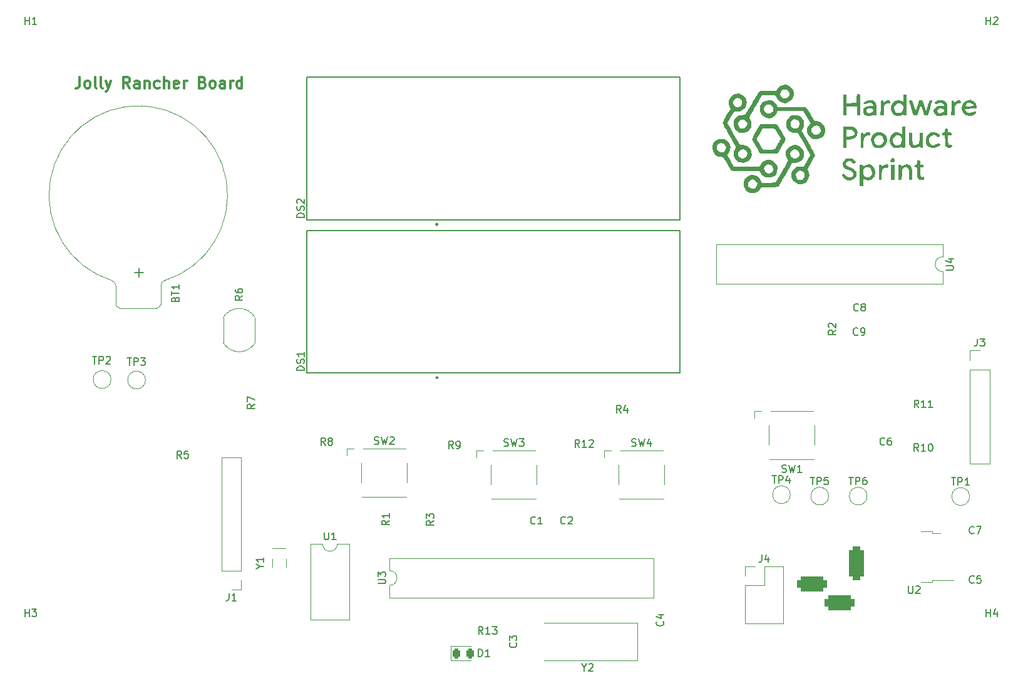
<source format=gbr>
%TF.GenerationSoftware,KiCad,Pcbnew,(6.0.5)*%
%TF.CreationDate,2022-07-21T18:11:48-07:00*%
%TF.ProjectId,rectangle-clock,72656374-616e-4676-9c65-2d636c6f636b,rev?*%
%TF.SameCoordinates,PX4c4b400PY8a48640*%
%TF.FileFunction,Legend,Top*%
%TF.FilePolarity,Positive*%
%FSLAX46Y46*%
G04 Gerber Fmt 4.6, Leading zero omitted, Abs format (unit mm)*
G04 Created by KiCad (PCBNEW (6.0.5)) date 2022-07-21 18:11:48*
%MOMM*%
%LPD*%
G01*
G04 APERTURE LIST*
G04 Aperture macros list*
%AMRoundRect*
0 Rectangle with rounded corners*
0 $1 Rounding radius*
0 $2 $3 $4 $5 $6 $7 $8 $9 X,Y pos of 4 corners*
0 Add a 4 corners polygon primitive as box body*
4,1,4,$2,$3,$4,$5,$6,$7,$8,$9,$2,$3,0*
0 Add four circle primitives for the rounded corners*
1,1,$1+$1,$2,$3*
1,1,$1+$1,$4,$5*
1,1,$1+$1,$6,$7*
1,1,$1+$1,$8,$9*
0 Add four rect primitives between the rounded corners*
20,1,$1+$1,$2,$3,$4,$5,0*
20,1,$1+$1,$4,$5,$6,$7,0*
20,1,$1+$1,$6,$7,$8,$9,0*
20,1,$1+$1,$8,$9,$2,$3,0*%
G04 Aperture macros list end*
%ADD10C,0.300000*%
%ADD11C,0.150000*%
%ADD12C,0.250000*%
%ADD13C,0.120000*%
%ADD14C,3.200000*%
%ADD15R,1.150000X1.400000*%
%ADD16R,1.400000X1.400000*%
%ADD17C,1.400000*%
%ADD18R,1.600000X1.400000*%
%ADD19R,1.400000X1.150000*%
%ADD20C,2.000000*%
%ADD21R,1.700000X1.700000*%
%ADD22O,1.700000X1.700000*%
%ADD23R,1.800000X1.000000*%
%ADD24R,3.000000X3.000000*%
%ADD25C,3.000000*%
%ADD26R,1.600000X1.600000*%
%ADD27O,1.600000X1.600000*%
%ADD28C,1.600000*%
%ADD29R,4.500000X2.000000*%
%ADD30R,2.200000X1.200000*%
%ADD31R,6.400000X5.800000*%
%ADD32RoundRect,0.243750X-0.243750X-0.456250X0.243750X-0.456250X0.243750X0.456250X-0.243750X0.456250X0*%
%ADD33RoundRect,0.500000X0.500000X-1.750000X0.500000X1.750000X-0.500000X1.750000X-0.500000X-1.750000X0*%
%ADD34RoundRect,0.500000X1.500000X0.500000X-1.500000X0.500000X-1.500000X-0.500000X1.500000X-0.500000X0*%
G04 APERTURE END LIST*
D10*
X11650000Y81641429D02*
X11650000Y80570000D01*
X11578571Y80355715D01*
X11435714Y80212858D01*
X11221428Y80141429D01*
X11078571Y80141429D01*
X12578571Y80141429D02*
X12435714Y80212858D01*
X12364285Y80284286D01*
X12292857Y80427143D01*
X12292857Y80855715D01*
X12364285Y80998572D01*
X12435714Y81070000D01*
X12578571Y81141429D01*
X12792857Y81141429D01*
X12935714Y81070000D01*
X13007142Y80998572D01*
X13078571Y80855715D01*
X13078571Y80427143D01*
X13007142Y80284286D01*
X12935714Y80212858D01*
X12792857Y80141429D01*
X12578571Y80141429D01*
X13935714Y80141429D02*
X13792857Y80212858D01*
X13721428Y80355715D01*
X13721428Y81641429D01*
X14721428Y80141429D02*
X14578571Y80212858D01*
X14507142Y80355715D01*
X14507142Y81641429D01*
X15150000Y81141429D02*
X15507142Y80141429D01*
X15864285Y81141429D02*
X15507142Y80141429D01*
X15364285Y79784286D01*
X15292857Y79712858D01*
X15150000Y79641429D01*
X18435714Y80141429D02*
X17935714Y80855715D01*
X17578571Y80141429D02*
X17578571Y81641429D01*
X18150000Y81641429D01*
X18292857Y81570000D01*
X18364285Y81498572D01*
X18435714Y81355715D01*
X18435714Y81141429D01*
X18364285Y80998572D01*
X18292857Y80927143D01*
X18150000Y80855715D01*
X17578571Y80855715D01*
X19721428Y80141429D02*
X19721428Y80927143D01*
X19650000Y81070000D01*
X19507142Y81141429D01*
X19221428Y81141429D01*
X19078571Y81070000D01*
X19721428Y80212858D02*
X19578571Y80141429D01*
X19221428Y80141429D01*
X19078571Y80212858D01*
X19007142Y80355715D01*
X19007142Y80498572D01*
X19078571Y80641429D01*
X19221428Y80712858D01*
X19578571Y80712858D01*
X19721428Y80784286D01*
X20435714Y81141429D02*
X20435714Y80141429D01*
X20435714Y80998572D02*
X20507142Y81070000D01*
X20650000Y81141429D01*
X20864285Y81141429D01*
X21007142Y81070000D01*
X21078571Y80927143D01*
X21078571Y80141429D01*
X22435714Y80212858D02*
X22292857Y80141429D01*
X22007142Y80141429D01*
X21864285Y80212858D01*
X21792857Y80284286D01*
X21721428Y80427143D01*
X21721428Y80855715D01*
X21792857Y80998572D01*
X21864285Y81070000D01*
X22007142Y81141429D01*
X22292857Y81141429D01*
X22435714Y81070000D01*
X23078571Y80141429D02*
X23078571Y81641429D01*
X23721428Y80141429D02*
X23721428Y80927143D01*
X23650000Y81070000D01*
X23507142Y81141429D01*
X23292857Y81141429D01*
X23150000Y81070000D01*
X23078571Y80998572D01*
X25007142Y80212858D02*
X24864285Y80141429D01*
X24578571Y80141429D01*
X24435714Y80212858D01*
X24364285Y80355715D01*
X24364285Y80927143D01*
X24435714Y81070000D01*
X24578571Y81141429D01*
X24864285Y81141429D01*
X25007142Y81070000D01*
X25078571Y80927143D01*
X25078571Y80784286D01*
X24364285Y80641429D01*
X25721428Y80141429D02*
X25721428Y81141429D01*
X25721428Y80855715D02*
X25792857Y80998572D01*
X25864285Y81070000D01*
X26007142Y81141429D01*
X26150000Y81141429D01*
X28292857Y80927143D02*
X28507142Y80855715D01*
X28578571Y80784286D01*
X28650000Y80641429D01*
X28650000Y80427143D01*
X28578571Y80284286D01*
X28507142Y80212858D01*
X28364285Y80141429D01*
X27792857Y80141429D01*
X27792857Y81641429D01*
X28292857Y81641429D01*
X28435714Y81570000D01*
X28507142Y81498572D01*
X28578571Y81355715D01*
X28578571Y81212858D01*
X28507142Y81070000D01*
X28435714Y80998572D01*
X28292857Y80927143D01*
X27792857Y80927143D01*
X29507142Y80141429D02*
X29364285Y80212858D01*
X29292857Y80284286D01*
X29221428Y80427143D01*
X29221428Y80855715D01*
X29292857Y80998572D01*
X29364285Y81070000D01*
X29507142Y81141429D01*
X29721428Y81141429D01*
X29864285Y81070000D01*
X29935714Y80998572D01*
X30007142Y80855715D01*
X30007142Y80427143D01*
X29935714Y80284286D01*
X29864285Y80212858D01*
X29721428Y80141429D01*
X29507142Y80141429D01*
X31292857Y80141429D02*
X31292857Y80927143D01*
X31221428Y81070000D01*
X31078571Y81141429D01*
X30792857Y81141429D01*
X30650000Y81070000D01*
X31292857Y80212858D02*
X31150000Y80141429D01*
X30792857Y80141429D01*
X30650000Y80212858D01*
X30578571Y80355715D01*
X30578571Y80498572D01*
X30650000Y80641429D01*
X30792857Y80712858D01*
X31150000Y80712858D01*
X31292857Y80784286D01*
X32007142Y80141429D02*
X32007142Y81141429D01*
X32007142Y80855715D02*
X32078571Y80998572D01*
X32150000Y81070000D01*
X32292857Y81141429D01*
X32435714Y81141429D01*
X33578571Y80141429D02*
X33578571Y81641429D01*
X33578571Y80212858D02*
X33435714Y80141429D01*
X33150000Y80141429D01*
X33007142Y80212858D01*
X32935714Y80284286D01*
X32864285Y80427143D01*
X32864285Y80855715D01*
X32935714Y80998572D01*
X33007142Y81070000D01*
X33150000Y81141429D01*
X33435714Y81141429D01*
X33578571Y81070000D01*
D11*
%TO.C,H4*%
X134238095Y8747620D02*
X134238095Y9747620D01*
X134238095Y9271429D02*
X134809523Y9271429D01*
X134809523Y8747620D02*
X134809523Y9747620D01*
X135714285Y9414286D02*
X135714285Y8747620D01*
X135476190Y9795239D02*
X135238095Y9080953D01*
X135857142Y9080953D01*
%TO.C,R12*%
X79227142Y31627620D02*
X78893809Y32103810D01*
X78655714Y31627620D02*
X78655714Y32627620D01*
X79036666Y32627620D01*
X79131904Y32580000D01*
X79179523Y32532381D01*
X79227142Y32437143D01*
X79227142Y32294286D01*
X79179523Y32199048D01*
X79131904Y32151429D01*
X79036666Y32103810D01*
X78655714Y32103810D01*
X80179523Y31627620D02*
X79608095Y31627620D01*
X79893809Y31627620D02*
X79893809Y32627620D01*
X79798571Y32484762D01*
X79703333Y32389524D01*
X79608095Y32341905D01*
X80560476Y32532381D02*
X80608095Y32580000D01*
X80703333Y32627620D01*
X80941428Y32627620D01*
X81036666Y32580000D01*
X81084285Y32532381D01*
X81131904Y32437143D01*
X81131904Y32341905D01*
X81084285Y32199048D01*
X80512857Y31627620D01*
X81131904Y31627620D01*
%TO.C,DS1*%
X42001380Y41984596D02*
X41001380Y41984596D01*
X41001380Y42222691D01*
X41049000Y42365548D01*
X41144238Y42460786D01*
X41239476Y42508405D01*
X41429952Y42556024D01*
X41572809Y42556024D01*
X41763285Y42508405D01*
X41858523Y42460786D01*
X41953761Y42365548D01*
X42001380Y42222691D01*
X42001380Y41984596D01*
X41953761Y42936977D02*
X42001380Y43079834D01*
X42001380Y43317929D01*
X41953761Y43413167D01*
X41906142Y43460786D01*
X41810904Y43508405D01*
X41715666Y43508405D01*
X41620428Y43460786D01*
X41572809Y43413167D01*
X41525190Y43317929D01*
X41477571Y43127453D01*
X41429952Y43032215D01*
X41382333Y42984596D01*
X41287095Y42936977D01*
X41191857Y42936977D01*
X41096619Y42984596D01*
X41049000Y43032215D01*
X41001380Y43127453D01*
X41001380Y43365548D01*
X41049000Y43508405D01*
X42001380Y44460786D02*
X42001380Y43889358D01*
X42001380Y44175072D02*
X41001380Y44175072D01*
X41144238Y44079834D01*
X41239476Y43984596D01*
X41287095Y43889358D01*
%TO.C,SW3*%
X69034666Y31801239D02*
X69177523Y31753620D01*
X69415619Y31753620D01*
X69510857Y31801239D01*
X69558476Y31848858D01*
X69606095Y31944096D01*
X69606095Y32039334D01*
X69558476Y32134572D01*
X69510857Y32182191D01*
X69415619Y32229810D01*
X69225142Y32277429D01*
X69129904Y32325048D01*
X69082285Y32372667D01*
X69034666Y32467905D01*
X69034666Y32563143D01*
X69082285Y32658381D01*
X69129904Y32706000D01*
X69225142Y32753620D01*
X69463238Y32753620D01*
X69606095Y32706000D01*
X69939428Y32753620D02*
X70177523Y31753620D01*
X70368000Y32467905D01*
X70558476Y31753620D01*
X70796571Y32753620D01*
X71082285Y32753620D02*
X71701333Y32753620D01*
X71368000Y32372667D01*
X71510857Y32372667D01*
X71606095Y32325048D01*
X71653714Y32277429D01*
X71701333Y32182191D01*
X71701333Y31944096D01*
X71653714Y31848858D01*
X71606095Y31801239D01*
X71510857Y31753620D01*
X71225142Y31753620D01*
X71129904Y31801239D01*
X71082285Y31848858D01*
%TO.C,R8*%
X44853333Y31877620D02*
X44520000Y32353810D01*
X44281904Y31877620D02*
X44281904Y32877620D01*
X44662857Y32877620D01*
X44758095Y32830000D01*
X44805714Y32782381D01*
X44853333Y32687143D01*
X44853333Y32544286D01*
X44805714Y32449048D01*
X44758095Y32401429D01*
X44662857Y32353810D01*
X44281904Y32353810D01*
X45424761Y32449048D02*
X45329523Y32496667D01*
X45281904Y32544286D01*
X45234285Y32639524D01*
X45234285Y32687143D01*
X45281904Y32782381D01*
X45329523Y32830000D01*
X45424761Y32877620D01*
X45615238Y32877620D01*
X45710476Y32830000D01*
X45758095Y32782381D01*
X45805714Y32687143D01*
X45805714Y32639524D01*
X45758095Y32544286D01*
X45710476Y32496667D01*
X45615238Y32449048D01*
X45424761Y32449048D01*
X45329523Y32401429D01*
X45281904Y32353810D01*
X45234285Y32258572D01*
X45234285Y32068096D01*
X45281904Y31972858D01*
X45329523Y31925239D01*
X45424761Y31877620D01*
X45615238Y31877620D01*
X45710476Y31925239D01*
X45758095Y31972858D01*
X45805714Y32068096D01*
X45805714Y32258572D01*
X45758095Y32353810D01*
X45710476Y32401429D01*
X45615238Y32449048D01*
%TO.C,R7*%
X35292380Y37413334D02*
X34816190Y37080000D01*
X35292380Y36841905D02*
X34292380Y36841905D01*
X34292380Y37222858D01*
X34340000Y37318096D01*
X34387619Y37365715D01*
X34482857Y37413334D01*
X34625714Y37413334D01*
X34720952Y37365715D01*
X34768571Y37318096D01*
X34816190Y37222858D01*
X34816190Y36841905D01*
X34292380Y37746667D02*
X34292380Y38413334D01*
X35292380Y37984762D01*
%TO.C,C4*%
X90529142Y8087334D02*
X90576761Y8039715D01*
X90624380Y7896858D01*
X90624380Y7801620D01*
X90576761Y7658762D01*
X90481523Y7563524D01*
X90386285Y7515905D01*
X90195809Y7468286D01*
X90052952Y7468286D01*
X89862476Y7515905D01*
X89767238Y7563524D01*
X89672000Y7658762D01*
X89624380Y7801620D01*
X89624380Y7896858D01*
X89672000Y8039715D01*
X89719619Y8087334D01*
X89957714Y8944477D02*
X90624380Y8944477D01*
X89576761Y8706381D02*
X90291047Y8468286D01*
X90291047Y9087334D01*
%TO.C,TP6*%
X115668095Y27555620D02*
X116239523Y27555620D01*
X115953809Y26555620D02*
X115953809Y27555620D01*
X116572857Y26555620D02*
X116572857Y27555620D01*
X116953809Y27555620D01*
X117049047Y27508000D01*
X117096666Y27460381D01*
X117144285Y27365143D01*
X117144285Y27222286D01*
X117096666Y27127048D01*
X117049047Y27079429D01*
X116953809Y27031810D01*
X116572857Y27031810D01*
X118001428Y27555620D02*
X117810952Y27555620D01*
X117715714Y27508000D01*
X117668095Y27460381D01*
X117572857Y27317524D01*
X117525238Y27127048D01*
X117525238Y26746096D01*
X117572857Y26650858D01*
X117620476Y26603239D01*
X117715714Y26555620D01*
X117906190Y26555620D01*
X118001428Y26603239D01*
X118049047Y26650858D01*
X118096666Y26746096D01*
X118096666Y26984191D01*
X118049047Y27079429D01*
X118001428Y27127048D01*
X117906190Y27174667D01*
X117715714Y27174667D01*
X117620476Y27127048D01*
X117572857Y27079429D01*
X117525238Y26984191D01*
%TO.C,C2*%
X77313333Y21324858D02*
X77265714Y21277239D01*
X77122857Y21229620D01*
X77027619Y21229620D01*
X76884761Y21277239D01*
X76789523Y21372477D01*
X76741904Y21467715D01*
X76694285Y21658191D01*
X76694285Y21801048D01*
X76741904Y21991524D01*
X76789523Y22086762D01*
X76884761Y22182000D01*
X77027619Y22229620D01*
X77122857Y22229620D01*
X77265714Y22182000D01*
X77313333Y22134381D01*
X77694285Y22134381D02*
X77741904Y22182000D01*
X77837142Y22229620D01*
X78075238Y22229620D01*
X78170476Y22182000D01*
X78218095Y22134381D01*
X78265714Y22039143D01*
X78265714Y21943905D01*
X78218095Y21801048D01*
X77646666Y21229620D01*
X78265714Y21229620D01*
%TO.C,J1*%
X31826666Y11882620D02*
X31826666Y11168334D01*
X31779047Y11025477D01*
X31683809Y10930239D01*
X31540952Y10882620D01*
X31445714Y10882620D01*
X32826666Y10882620D02*
X32255238Y10882620D01*
X32540952Y10882620D02*
X32540952Y11882620D01*
X32445714Y11739762D01*
X32350476Y11644524D01*
X32255238Y11596905D01*
%TO.C,Y1*%
X36054190Y15491810D02*
X36530380Y15491810D01*
X35530380Y15158477D02*
X36054190Y15491810D01*
X35530380Y15825143D01*
X36530380Y16682286D02*
X36530380Y16110858D01*
X36530380Y16396572D02*
X35530380Y16396572D01*
X35673238Y16301334D01*
X35768476Y16206096D01*
X35816095Y16110858D01*
%TO.C,C7*%
X132576333Y20013858D02*
X132528714Y19966239D01*
X132385857Y19918620D01*
X132290619Y19918620D01*
X132147761Y19966239D01*
X132052523Y20061477D01*
X132004904Y20156715D01*
X131957285Y20347191D01*
X131957285Y20490048D01*
X132004904Y20680524D01*
X132052523Y20775762D01*
X132147761Y20871000D01*
X132290619Y20918620D01*
X132385857Y20918620D01*
X132528714Y20871000D01*
X132576333Y20823381D01*
X132909666Y20918620D02*
X133576333Y20918620D01*
X133147761Y19918620D01*
%TO.C,R1*%
X53502380Y21713334D02*
X53026190Y21380000D01*
X53502380Y21141905D02*
X52502380Y21141905D01*
X52502380Y21522858D01*
X52550000Y21618096D01*
X52597619Y21665715D01*
X52692857Y21713334D01*
X52835714Y21713334D01*
X52930952Y21665715D01*
X52978571Y21618096D01*
X53026190Y21522858D01*
X53026190Y21141905D01*
X53502380Y22665715D02*
X53502380Y22094286D01*
X53502380Y22380000D02*
X52502380Y22380000D01*
X52645238Y22284762D01*
X52740476Y22189524D01*
X52788095Y22094286D01*
%TO.C,BT1*%
X24576539Y51617658D02*
X24624158Y51760515D01*
X24671777Y51808134D01*
X24767015Y51855753D01*
X24909872Y51855753D01*
X25005110Y51808134D01*
X25052729Y51760515D01*
X25100348Y51665277D01*
X25100348Y51284325D01*
X24100348Y51284325D01*
X24100348Y51617658D01*
X24147968Y51712896D01*
X24195587Y51760515D01*
X24290825Y51808134D01*
X24386063Y51808134D01*
X24481301Y51760515D01*
X24528920Y51712896D01*
X24576539Y51617658D01*
X24576539Y51284325D01*
X24100348Y52141468D02*
X24100348Y52712896D01*
X25100348Y52427182D02*
X24100348Y52427182D01*
X25100348Y53570039D02*
X25100348Y52998611D01*
X25100348Y53284325D02*
X24100348Y53284325D01*
X24243206Y53189087D01*
X24338444Y53093849D01*
X24386063Y52998611D01*
X19675126Y54652258D02*
X19675126Y55795115D01*
X20246555Y55223686D02*
X19103698Y55223686D01*
%TO.C,DS2*%
X42001380Y62679596D02*
X41001380Y62679596D01*
X41001380Y62917691D01*
X41049000Y63060548D01*
X41144238Y63155786D01*
X41239476Y63203405D01*
X41429952Y63251024D01*
X41572809Y63251024D01*
X41763285Y63203405D01*
X41858523Y63155786D01*
X41953761Y63060548D01*
X42001380Y62917691D01*
X42001380Y62679596D01*
X41953761Y63631977D02*
X42001380Y63774834D01*
X42001380Y64012929D01*
X41953761Y64108167D01*
X41906142Y64155786D01*
X41810904Y64203405D01*
X41715666Y64203405D01*
X41620428Y64155786D01*
X41572809Y64108167D01*
X41525190Y64012929D01*
X41477571Y63822453D01*
X41429952Y63727215D01*
X41382333Y63679596D01*
X41287095Y63631977D01*
X41191857Y63631977D01*
X41096619Y63679596D01*
X41049000Y63727215D01*
X41001380Y63822453D01*
X41001380Y64060548D01*
X41049000Y64203405D01*
X41096619Y64584358D02*
X41049000Y64631977D01*
X41001380Y64727215D01*
X41001380Y64965310D01*
X41049000Y65060548D01*
X41096619Y65108167D01*
X41191857Y65155786D01*
X41287095Y65155786D01*
X41429952Y65108167D01*
X42001380Y64536739D01*
X42001380Y65155786D01*
%TO.C,U4*%
X128797380Y55582096D02*
X129606904Y55582096D01*
X129702142Y55629715D01*
X129749761Y55677334D01*
X129797380Y55772572D01*
X129797380Y55963048D01*
X129749761Y56058286D01*
X129702142Y56105905D01*
X129606904Y56153524D01*
X128797380Y56153524D01*
X129130714Y57058286D02*
X129797380Y57058286D01*
X128749761Y56820191D02*
X129464047Y56582096D01*
X129464047Y57201143D01*
%TO.C,R9*%
X62153333Y31417620D02*
X61820000Y31893810D01*
X61581904Y31417620D02*
X61581904Y32417620D01*
X61962857Y32417620D01*
X62058095Y32370000D01*
X62105714Y32322381D01*
X62153333Y32227143D01*
X62153333Y32084286D01*
X62105714Y31989048D01*
X62058095Y31941429D01*
X61962857Y31893810D01*
X61581904Y31893810D01*
X62629523Y31417620D02*
X62820000Y31417620D01*
X62915238Y31465239D01*
X62962857Y31512858D01*
X63058095Y31655715D01*
X63105714Y31846191D01*
X63105714Y32227143D01*
X63058095Y32322381D01*
X63010476Y32370000D01*
X62915238Y32417620D01*
X62724761Y32417620D01*
X62629523Y32370000D01*
X62581904Y32322381D01*
X62534285Y32227143D01*
X62534285Y31989048D01*
X62581904Y31893810D01*
X62629523Y31846191D01*
X62724761Y31798572D01*
X62915238Y31798572D01*
X63010476Y31846191D01*
X63058095Y31893810D01*
X63105714Y31989048D01*
%TO.C,R4*%
X84843333Y36287620D02*
X84510000Y36763810D01*
X84271904Y36287620D02*
X84271904Y37287620D01*
X84652857Y37287620D01*
X84748095Y37240000D01*
X84795714Y37192381D01*
X84843333Y37097143D01*
X84843333Y36954286D01*
X84795714Y36859048D01*
X84748095Y36811429D01*
X84652857Y36763810D01*
X84271904Y36763810D01*
X85700476Y36954286D02*
X85700476Y36287620D01*
X85462380Y37335239D02*
X85224285Y36620953D01*
X85843333Y36620953D01*
%TO.C,J4*%
X103871666Y17072620D02*
X103871666Y16358334D01*
X103824047Y16215477D01*
X103728809Y16120239D01*
X103585952Y16072620D01*
X103490714Y16072620D01*
X104776428Y16739286D02*
X104776428Y16072620D01*
X104538333Y17120239D02*
X104300238Y16405953D01*
X104919285Y16405953D01*
%TO.C,R6*%
X33662380Y52089334D02*
X33186190Y51756000D01*
X33662380Y51517905D02*
X32662380Y51517905D01*
X32662380Y51898858D01*
X32710000Y51994096D01*
X32757619Y52041715D01*
X32852857Y52089334D01*
X32995714Y52089334D01*
X33090952Y52041715D01*
X33138571Y51994096D01*
X33186190Y51898858D01*
X33186190Y51517905D01*
X32662380Y52946477D02*
X32662380Y52756000D01*
X32710000Y52660762D01*
X32757619Y52613143D01*
X32900476Y52517905D01*
X33090952Y52470286D01*
X33471904Y52470286D01*
X33567142Y52517905D01*
X33614761Y52565524D01*
X33662380Y52660762D01*
X33662380Y52851239D01*
X33614761Y52946477D01*
X33567142Y52994096D01*
X33471904Y53041715D01*
X33233809Y53041715D01*
X33138571Y52994096D01*
X33090952Y52946477D01*
X33043333Y52851239D01*
X33043333Y52660762D01*
X33090952Y52565524D01*
X33138571Y52517905D01*
X33233809Y52470286D01*
%TO.C,TP3*%
X18068095Y43695620D02*
X18639523Y43695620D01*
X18353809Y42695620D02*
X18353809Y43695620D01*
X18972857Y42695620D02*
X18972857Y43695620D01*
X19353809Y43695620D01*
X19449047Y43648000D01*
X19496666Y43600381D01*
X19544285Y43505143D01*
X19544285Y43362286D01*
X19496666Y43267048D01*
X19449047Y43219429D01*
X19353809Y43171810D01*
X18972857Y43171810D01*
X19877619Y43695620D02*
X20496666Y43695620D01*
X20163333Y43314667D01*
X20306190Y43314667D01*
X20401428Y43267048D01*
X20449047Y43219429D01*
X20496666Y43124191D01*
X20496666Y42886096D01*
X20449047Y42790858D01*
X20401428Y42743239D01*
X20306190Y42695620D01*
X20020476Y42695620D01*
X19925238Y42743239D01*
X19877619Y42790858D01*
%TO.C,C5*%
X132576333Y13342658D02*
X132528714Y13295039D01*
X132385857Y13247420D01*
X132290619Y13247420D01*
X132147761Y13295039D01*
X132052523Y13390277D01*
X132004904Y13485515D01*
X131957285Y13675991D01*
X131957285Y13818848D01*
X132004904Y14009324D01*
X132052523Y14104562D01*
X132147761Y14199800D01*
X132290619Y14247420D01*
X132385857Y14247420D01*
X132528714Y14199800D01*
X132576333Y14152181D01*
X133481095Y14247420D02*
X133004904Y14247420D01*
X132957285Y13771229D01*
X133004904Y13818848D01*
X133100142Y13866467D01*
X133338238Y13866467D01*
X133433476Y13818848D01*
X133481095Y13771229D01*
X133528714Y13675991D01*
X133528714Y13437896D01*
X133481095Y13342658D01*
X133433476Y13295039D01*
X133338238Y13247420D01*
X133100142Y13247420D01*
X133004904Y13295039D01*
X132957285Y13342658D01*
%TO.C,H2*%
X134238095Y88747620D02*
X134238095Y89747620D01*
X134238095Y89271429D02*
X134809523Y89271429D01*
X134809523Y88747620D02*
X134809523Y89747620D01*
X135238095Y89652381D02*
X135285714Y89700000D01*
X135380952Y89747620D01*
X135619047Y89747620D01*
X135714285Y89700000D01*
X135761904Y89652381D01*
X135809523Y89557143D01*
X135809523Y89461905D01*
X135761904Y89319048D01*
X135190476Y88747620D01*
X135809523Y88747620D01*
%TO.C,C8*%
X116943333Y50102858D02*
X116895714Y50055239D01*
X116752857Y50007620D01*
X116657619Y50007620D01*
X116514761Y50055239D01*
X116419523Y50150477D01*
X116371904Y50245715D01*
X116324285Y50436191D01*
X116324285Y50579048D01*
X116371904Y50769524D01*
X116419523Y50864762D01*
X116514761Y50960000D01*
X116657619Y51007620D01*
X116752857Y51007620D01*
X116895714Y50960000D01*
X116943333Y50912381D01*
X117514761Y50579048D02*
X117419523Y50626667D01*
X117371904Y50674286D01*
X117324285Y50769524D01*
X117324285Y50817143D01*
X117371904Y50912381D01*
X117419523Y50960000D01*
X117514761Y51007620D01*
X117705238Y51007620D01*
X117800476Y50960000D01*
X117848095Y50912381D01*
X117895714Y50817143D01*
X117895714Y50769524D01*
X117848095Y50674286D01*
X117800476Y50626667D01*
X117705238Y50579048D01*
X117514761Y50579048D01*
X117419523Y50531429D01*
X117371904Y50483810D01*
X117324285Y50388572D01*
X117324285Y50198096D01*
X117371904Y50102858D01*
X117419523Y50055239D01*
X117514761Y50007620D01*
X117705238Y50007620D01*
X117800476Y50055239D01*
X117848095Y50102858D01*
X117895714Y50198096D01*
X117895714Y50388572D01*
X117848095Y50483810D01*
X117800476Y50531429D01*
X117705238Y50579048D01*
%TO.C,R5*%
X25403333Y30107620D02*
X25070000Y30583810D01*
X24831904Y30107620D02*
X24831904Y31107620D01*
X25212857Y31107620D01*
X25308095Y31060000D01*
X25355714Y31012381D01*
X25403333Y30917143D01*
X25403333Y30774286D01*
X25355714Y30679048D01*
X25308095Y30631429D01*
X25212857Y30583810D01*
X24831904Y30583810D01*
X26308095Y31107620D02*
X25831904Y31107620D01*
X25784285Y30631429D01*
X25831904Y30679048D01*
X25927142Y30726667D01*
X26165238Y30726667D01*
X26260476Y30679048D01*
X26308095Y30631429D01*
X26355714Y30536191D01*
X26355714Y30298096D01*
X26308095Y30202858D01*
X26260476Y30155239D01*
X26165238Y30107620D01*
X25927142Y30107620D01*
X25831904Y30155239D01*
X25784285Y30202858D01*
%TO.C,R13*%
X66169142Y6371620D02*
X65835809Y6847810D01*
X65597714Y6371620D02*
X65597714Y7371620D01*
X65978666Y7371620D01*
X66073904Y7324000D01*
X66121523Y7276381D01*
X66169142Y7181143D01*
X66169142Y7038286D01*
X66121523Y6943048D01*
X66073904Y6895429D01*
X65978666Y6847810D01*
X65597714Y6847810D01*
X67121523Y6371620D02*
X66550095Y6371620D01*
X66835809Y6371620D02*
X66835809Y7371620D01*
X66740571Y7228762D01*
X66645333Y7133524D01*
X66550095Y7085905D01*
X67454857Y7371620D02*
X68073904Y7371620D01*
X67740571Y6990667D01*
X67883428Y6990667D01*
X67978666Y6943048D01*
X68026285Y6895429D01*
X68073904Y6800191D01*
X68073904Y6562096D01*
X68026285Y6466858D01*
X67978666Y6419239D01*
X67883428Y6371620D01*
X67597714Y6371620D01*
X67502476Y6419239D01*
X67454857Y6466858D01*
%TO.C,R3*%
X59542380Y21673334D02*
X59066190Y21340000D01*
X59542380Y21101905D02*
X58542380Y21101905D01*
X58542380Y21482858D01*
X58590000Y21578096D01*
X58637619Y21625715D01*
X58732857Y21673334D01*
X58875714Y21673334D01*
X58970952Y21625715D01*
X59018571Y21578096D01*
X59066190Y21482858D01*
X59066190Y21101905D01*
X58542380Y22006667D02*
X58542380Y22625715D01*
X58923333Y22292381D01*
X58923333Y22435239D01*
X58970952Y22530477D01*
X59018571Y22578096D01*
X59113809Y22625715D01*
X59351904Y22625715D01*
X59447142Y22578096D01*
X59494761Y22530477D01*
X59542380Y22435239D01*
X59542380Y22149524D01*
X59494761Y22054286D01*
X59447142Y22006667D01*
%TO.C,U1*%
X44724095Y20105620D02*
X44724095Y19296096D01*
X44771714Y19200858D01*
X44819333Y19153239D01*
X44914571Y19105620D01*
X45105047Y19105620D01*
X45200285Y19153239D01*
X45247904Y19200858D01*
X45295523Y19296096D01*
X45295523Y20105620D01*
X46295523Y19105620D02*
X45724095Y19105620D01*
X46009809Y19105620D02*
X46009809Y20105620D01*
X45914571Y19962762D01*
X45819333Y19867524D01*
X45724095Y19819905D01*
%TO.C,H3*%
X4238095Y8747620D02*
X4238095Y9747620D01*
X4238095Y9271429D02*
X4809523Y9271429D01*
X4809523Y8747620D02*
X4809523Y9747620D01*
X5190476Y9747620D02*
X5809523Y9747620D01*
X5476190Y9366667D01*
X5619047Y9366667D01*
X5714285Y9319048D01*
X5761904Y9271429D01*
X5809523Y9176191D01*
X5809523Y8938096D01*
X5761904Y8842858D01*
X5714285Y8795239D01*
X5619047Y8747620D01*
X5333333Y8747620D01*
X5238095Y8795239D01*
X5190476Y8842858D01*
%TO.C,TP4*%
X105288095Y27745620D02*
X105859523Y27745620D01*
X105573809Y26745620D02*
X105573809Y27745620D01*
X106192857Y26745620D02*
X106192857Y27745620D01*
X106573809Y27745620D01*
X106669047Y27698000D01*
X106716666Y27650381D01*
X106764285Y27555143D01*
X106764285Y27412286D01*
X106716666Y27317048D01*
X106669047Y27269429D01*
X106573809Y27221810D01*
X106192857Y27221810D01*
X107621428Y27412286D02*
X107621428Y26745620D01*
X107383333Y27793239D02*
X107145238Y27078953D01*
X107764285Y27078953D01*
%TO.C,H1*%
X4238095Y88747620D02*
X4238095Y89747620D01*
X4238095Y89271429D02*
X4809523Y89271429D01*
X4809523Y88747620D02*
X4809523Y89747620D01*
X5809523Y88747620D02*
X5238095Y88747620D01*
X5523809Y88747620D02*
X5523809Y89747620D01*
X5428571Y89604762D01*
X5333333Y89509524D01*
X5238095Y89461905D01*
%TO.C,Y2*%
X79883809Y1843810D02*
X79883809Y1367620D01*
X79550476Y2367620D02*
X79883809Y1843810D01*
X80217142Y2367620D01*
X80502857Y2272381D02*
X80550476Y2320000D01*
X80645714Y2367620D01*
X80883809Y2367620D01*
X80979047Y2320000D01*
X81026666Y2272381D01*
X81074285Y2177143D01*
X81074285Y2081905D01*
X81026666Y1939048D01*
X80455238Y1367620D01*
X81074285Y1367620D01*
%TO.C,R11*%
X125097142Y36977620D02*
X124763809Y37453810D01*
X124525714Y36977620D02*
X124525714Y37977620D01*
X124906666Y37977620D01*
X125001904Y37930000D01*
X125049523Y37882381D01*
X125097142Y37787143D01*
X125097142Y37644286D01*
X125049523Y37549048D01*
X125001904Y37501429D01*
X124906666Y37453810D01*
X124525714Y37453810D01*
X126049523Y36977620D02*
X125478095Y36977620D01*
X125763809Y36977620D02*
X125763809Y37977620D01*
X125668571Y37834762D01*
X125573333Y37739524D01*
X125478095Y37691905D01*
X127001904Y36977620D02*
X126430476Y36977620D01*
X126716190Y36977620D02*
X126716190Y37977620D01*
X126620952Y37834762D01*
X126525714Y37739524D01*
X126430476Y37691905D01*
%TO.C,U2*%
X123723095Y12852620D02*
X123723095Y12043096D01*
X123770714Y11947858D01*
X123818333Y11900239D01*
X123913571Y11852620D01*
X124104047Y11852620D01*
X124199285Y11900239D01*
X124246904Y11947858D01*
X124294523Y12043096D01*
X124294523Y12852620D01*
X124723095Y12757381D02*
X124770714Y12805000D01*
X124865952Y12852620D01*
X125104047Y12852620D01*
X125199285Y12805000D01*
X125246904Y12757381D01*
X125294523Y12662143D01*
X125294523Y12566905D01*
X125246904Y12424048D01*
X124675476Y11852620D01*
X125294523Y11852620D01*
%TO.C,C6*%
X120493333Y31992858D02*
X120445714Y31945239D01*
X120302857Y31897620D01*
X120207619Y31897620D01*
X120064761Y31945239D01*
X119969523Y32040477D01*
X119921904Y32135715D01*
X119874285Y32326191D01*
X119874285Y32469048D01*
X119921904Y32659524D01*
X119969523Y32754762D01*
X120064761Y32850000D01*
X120207619Y32897620D01*
X120302857Y32897620D01*
X120445714Y32850000D01*
X120493333Y32802381D01*
X121350476Y32897620D02*
X121160000Y32897620D01*
X121064761Y32850000D01*
X121017142Y32802381D01*
X120921904Y32659524D01*
X120874285Y32469048D01*
X120874285Y32088096D01*
X120921904Y31992858D01*
X120969523Y31945239D01*
X121064761Y31897620D01*
X121255238Y31897620D01*
X121350476Y31945239D01*
X121398095Y31992858D01*
X121445714Y32088096D01*
X121445714Y32326191D01*
X121398095Y32421429D01*
X121350476Y32469048D01*
X121255238Y32516667D01*
X121064761Y32516667D01*
X120969523Y32469048D01*
X120921904Y32421429D01*
X120874285Y32326191D01*
%TO.C,U3*%
X52006380Y13184096D02*
X52815904Y13184096D01*
X52911142Y13231715D01*
X52958761Y13279334D01*
X53006380Y13374572D01*
X53006380Y13565048D01*
X52958761Y13660286D01*
X52911142Y13707905D01*
X52815904Y13755524D01*
X52006380Y13755524D01*
X52006380Y14136477D02*
X52006380Y14755524D01*
X52387333Y14422191D01*
X52387333Y14565048D01*
X52434952Y14660286D01*
X52482571Y14707905D01*
X52577809Y14755524D01*
X52815904Y14755524D01*
X52911142Y14707905D01*
X52958761Y14660286D01*
X53006380Y14565048D01*
X53006380Y14279334D01*
X52958761Y14184096D01*
X52911142Y14136477D01*
%TO.C,SW4*%
X86306666Y31801239D02*
X86449523Y31753620D01*
X86687619Y31753620D01*
X86782857Y31801239D01*
X86830476Y31848858D01*
X86878095Y31944096D01*
X86878095Y32039334D01*
X86830476Y32134572D01*
X86782857Y32182191D01*
X86687619Y32229810D01*
X86497142Y32277429D01*
X86401904Y32325048D01*
X86354285Y32372667D01*
X86306666Y32467905D01*
X86306666Y32563143D01*
X86354285Y32658381D01*
X86401904Y32706000D01*
X86497142Y32753620D01*
X86735238Y32753620D01*
X86878095Y32706000D01*
X87211428Y32753620D02*
X87449523Y31753620D01*
X87640000Y32467905D01*
X87830476Y31753620D01*
X88068571Y32753620D01*
X88878095Y32420286D02*
X88878095Y31753620D01*
X88640000Y32801239D02*
X88401904Y32086953D01*
X89020952Y32086953D01*
%TO.C,R10*%
X125087142Y31089620D02*
X124753809Y31565810D01*
X124515714Y31089620D02*
X124515714Y32089620D01*
X124896666Y32089620D01*
X124991904Y32042000D01*
X125039523Y31994381D01*
X125087142Y31899143D01*
X125087142Y31756286D01*
X125039523Y31661048D01*
X124991904Y31613429D01*
X124896666Y31565810D01*
X124515714Y31565810D01*
X126039523Y31089620D02*
X125468095Y31089620D01*
X125753809Y31089620D02*
X125753809Y32089620D01*
X125658571Y31946762D01*
X125563333Y31851524D01*
X125468095Y31803905D01*
X126658571Y32089620D02*
X126753809Y32089620D01*
X126849047Y32042000D01*
X126896666Y31994381D01*
X126944285Y31899143D01*
X126991904Y31708667D01*
X126991904Y31470572D01*
X126944285Y31280096D01*
X126896666Y31184858D01*
X126849047Y31137239D01*
X126753809Y31089620D01*
X126658571Y31089620D01*
X126563333Y31137239D01*
X126515714Y31184858D01*
X126468095Y31280096D01*
X126420476Y31470572D01*
X126420476Y31708667D01*
X126468095Y31899143D01*
X126515714Y31994381D01*
X126563333Y32042000D01*
X126658571Y32089620D01*
%TO.C,SW2*%
X51508666Y32055239D02*
X51651523Y32007620D01*
X51889619Y32007620D01*
X51984857Y32055239D01*
X52032476Y32102858D01*
X52080095Y32198096D01*
X52080095Y32293334D01*
X52032476Y32388572D01*
X51984857Y32436191D01*
X51889619Y32483810D01*
X51699142Y32531429D01*
X51603904Y32579048D01*
X51556285Y32626667D01*
X51508666Y32721905D01*
X51508666Y32817143D01*
X51556285Y32912381D01*
X51603904Y32960000D01*
X51699142Y33007620D01*
X51937238Y33007620D01*
X52080095Y32960000D01*
X52413428Y33007620D02*
X52651523Y32007620D01*
X52842000Y32721905D01*
X53032476Y32007620D01*
X53270571Y33007620D01*
X53603904Y32912381D02*
X53651523Y32960000D01*
X53746761Y33007620D01*
X53984857Y33007620D01*
X54080095Y32960000D01*
X54127714Y32912381D01*
X54175333Y32817143D01*
X54175333Y32721905D01*
X54127714Y32579048D01*
X53556285Y32007620D01*
X54175333Y32007620D01*
%TO.C,D1*%
X65565904Y3323620D02*
X65565904Y4323620D01*
X65804000Y4323620D01*
X65946857Y4276000D01*
X66042095Y4180762D01*
X66089714Y4085524D01*
X66137333Y3895048D01*
X66137333Y3752191D01*
X66089714Y3561715D01*
X66042095Y3466477D01*
X65946857Y3371239D01*
X65804000Y3323620D01*
X65565904Y3323620D01*
X67089714Y3323620D02*
X66518285Y3323620D01*
X66804000Y3323620D02*
X66804000Y4323620D01*
X66708761Y4180762D01*
X66613523Y4085524D01*
X66518285Y4037905D01*
%TO.C,J3*%
X133026666Y46277620D02*
X133026666Y45563334D01*
X132979047Y45420477D01*
X132883809Y45325239D01*
X132740952Y45277620D01*
X132645714Y45277620D01*
X133407619Y46277620D02*
X134026666Y46277620D01*
X133693333Y45896667D01*
X133836190Y45896667D01*
X133931428Y45849048D01*
X133979047Y45801429D01*
X134026666Y45706191D01*
X134026666Y45468096D01*
X133979047Y45372858D01*
X133931428Y45325239D01*
X133836190Y45277620D01*
X133550476Y45277620D01*
X133455238Y45325239D01*
X133407619Y45372858D01*
%TO.C,C3*%
X70657142Y5193334D02*
X70704761Y5145715D01*
X70752380Y5002858D01*
X70752380Y4907620D01*
X70704761Y4764762D01*
X70609523Y4669524D01*
X70514285Y4621905D01*
X70323809Y4574286D01*
X70180952Y4574286D01*
X69990476Y4621905D01*
X69895238Y4669524D01*
X69800000Y4764762D01*
X69752380Y4907620D01*
X69752380Y5002858D01*
X69800000Y5145715D01*
X69847619Y5193334D01*
X69752380Y5526667D02*
X69752380Y6145715D01*
X70133333Y5812381D01*
X70133333Y5955239D01*
X70180952Y6050477D01*
X70228571Y6098096D01*
X70323809Y6145715D01*
X70561904Y6145715D01*
X70657142Y6098096D01*
X70704761Y6050477D01*
X70752380Y5955239D01*
X70752380Y5669524D01*
X70704761Y5574286D01*
X70657142Y5526667D01*
%TO.C,TP5*%
X110468095Y27555620D02*
X111039523Y27555620D01*
X110753809Y26555620D02*
X110753809Y27555620D01*
X111372857Y26555620D02*
X111372857Y27555620D01*
X111753809Y27555620D01*
X111849047Y27508000D01*
X111896666Y27460381D01*
X111944285Y27365143D01*
X111944285Y27222286D01*
X111896666Y27127048D01*
X111849047Y27079429D01*
X111753809Y27031810D01*
X111372857Y27031810D01*
X112849047Y27555620D02*
X112372857Y27555620D01*
X112325238Y27079429D01*
X112372857Y27127048D01*
X112468095Y27174667D01*
X112706190Y27174667D01*
X112801428Y27127048D01*
X112849047Y27079429D01*
X112896666Y26984191D01*
X112896666Y26746096D01*
X112849047Y26650858D01*
X112801428Y26603239D01*
X112706190Y26555620D01*
X112468095Y26555620D01*
X112372857Y26603239D01*
X112325238Y26650858D01*
%TO.C,R2*%
X113912380Y47433334D02*
X113436190Y47100000D01*
X113912380Y46861905D02*
X112912380Y46861905D01*
X112912380Y47242858D01*
X112960000Y47338096D01*
X113007619Y47385715D01*
X113102857Y47433334D01*
X113245714Y47433334D01*
X113340952Y47385715D01*
X113388571Y47338096D01*
X113436190Y47242858D01*
X113436190Y46861905D01*
X113007619Y47814286D02*
X112960000Y47861905D01*
X112912380Y47957143D01*
X112912380Y48195239D01*
X112960000Y48290477D01*
X113007619Y48338096D01*
X113102857Y48385715D01*
X113198095Y48385715D01*
X113340952Y48338096D01*
X113912380Y47766667D01*
X113912380Y48385715D01*
%TO.C,TP1*%
X129528095Y27495620D02*
X130099523Y27495620D01*
X129813809Y26495620D02*
X129813809Y27495620D01*
X130432857Y26495620D02*
X130432857Y27495620D01*
X130813809Y27495620D01*
X130909047Y27448000D01*
X130956666Y27400381D01*
X131004285Y27305143D01*
X131004285Y27162286D01*
X130956666Y27067048D01*
X130909047Y27019429D01*
X130813809Y26971810D01*
X130432857Y26971810D01*
X131956666Y26495620D02*
X131385238Y26495620D01*
X131670952Y26495620D02*
X131670952Y27495620D01*
X131575714Y27352762D01*
X131480476Y27257524D01*
X131385238Y27209905D01*
%TO.C,TP2*%
X13368095Y43875620D02*
X13939523Y43875620D01*
X13653809Y42875620D02*
X13653809Y43875620D01*
X14272857Y42875620D02*
X14272857Y43875620D01*
X14653809Y43875620D01*
X14749047Y43828000D01*
X14796666Y43780381D01*
X14844285Y43685143D01*
X14844285Y43542286D01*
X14796666Y43447048D01*
X14749047Y43399429D01*
X14653809Y43351810D01*
X14272857Y43351810D01*
X15225238Y43780381D02*
X15272857Y43828000D01*
X15368095Y43875620D01*
X15606190Y43875620D01*
X15701428Y43828000D01*
X15749047Y43780381D01*
X15796666Y43685143D01*
X15796666Y43589905D01*
X15749047Y43447048D01*
X15177619Y42875620D01*
X15796666Y42875620D01*
%TO.C,C9*%
X116873333Y46832858D02*
X116825714Y46785239D01*
X116682857Y46737620D01*
X116587619Y46737620D01*
X116444761Y46785239D01*
X116349523Y46880477D01*
X116301904Y46975715D01*
X116254285Y47166191D01*
X116254285Y47309048D01*
X116301904Y47499524D01*
X116349523Y47594762D01*
X116444761Y47690000D01*
X116587619Y47737620D01*
X116682857Y47737620D01*
X116825714Y47690000D01*
X116873333Y47642381D01*
X117349523Y46737620D02*
X117540000Y46737620D01*
X117635238Y46785239D01*
X117682857Y46832858D01*
X117778095Y46975715D01*
X117825714Y47166191D01*
X117825714Y47547143D01*
X117778095Y47642381D01*
X117730476Y47690000D01*
X117635238Y47737620D01*
X117444761Y47737620D01*
X117349523Y47690000D01*
X117301904Y47642381D01*
X117254285Y47547143D01*
X117254285Y47309048D01*
X117301904Y47213810D01*
X117349523Y47166191D01*
X117444761Y47118572D01*
X117635238Y47118572D01*
X117730476Y47166191D01*
X117778095Y47213810D01*
X117825714Y47309048D01*
%TO.C,C1*%
X73249333Y21324858D02*
X73201714Y21277239D01*
X73058857Y21229620D01*
X72963619Y21229620D01*
X72820761Y21277239D01*
X72725523Y21372477D01*
X72677904Y21467715D01*
X72630285Y21658191D01*
X72630285Y21801048D01*
X72677904Y21991524D01*
X72725523Y22086762D01*
X72820761Y22182000D01*
X72963619Y22229620D01*
X73058857Y22229620D01*
X73201714Y22182000D01*
X73249333Y22134381D01*
X74201714Y21229620D02*
X73630285Y21229620D01*
X73916000Y21229620D02*
X73916000Y22229620D01*
X73820761Y22086762D01*
X73725523Y21991524D01*
X73630285Y21943905D01*
%TO.C,SW1*%
X106626666Y28263239D02*
X106769523Y28215620D01*
X107007619Y28215620D01*
X107102857Y28263239D01*
X107150476Y28310858D01*
X107198095Y28406096D01*
X107198095Y28501334D01*
X107150476Y28596572D01*
X107102857Y28644191D01*
X107007619Y28691810D01*
X106817142Y28739429D01*
X106721904Y28787048D01*
X106674285Y28834667D01*
X106626666Y28929905D01*
X106626666Y29025143D01*
X106674285Y29120381D01*
X106721904Y29168000D01*
X106817142Y29215620D01*
X107055238Y29215620D01*
X107198095Y29168000D01*
X107531428Y29215620D02*
X107769523Y28215620D01*
X107960000Y28929905D01*
X108150476Y28215620D01*
X108388571Y29215620D01*
X109293333Y28215620D02*
X108721904Y28215620D01*
X109007619Y28215620D02*
X109007619Y29215620D01*
X108912380Y29072762D01*
X108817142Y28977524D01*
X108721904Y28929905D01*
%TO.C,DS1*%
X92799000Y60899000D02*
X42349000Y60899000D01*
X92799000Y41649000D02*
X92799000Y60899000D01*
X42349000Y41649000D02*
X42349000Y60899000D01*
X92799000Y41649000D02*
X42349000Y41649000D01*
D12*
X60079000Y41049000D02*
G75*
G03*
X60079000Y41049000I-125000J0D01*
G01*
D13*
%TO.C,SW3*%
X65268000Y30206000D02*
X65268000Y31206000D01*
X67268000Y29206000D02*
X67268000Y26606000D01*
X73268000Y31156000D02*
X67468000Y31156000D01*
X65268000Y31206000D02*
X66268000Y31206000D01*
X73468000Y29206000D02*
X73468000Y26606000D01*
X73368000Y24656000D02*
X67368000Y24656000D01*
%TO.C,TP6*%
X118130000Y25010000D02*
G75*
G03*
X118130000Y25010000I-1200000J0D01*
G01*
%TO.C,J1*%
X33490000Y13665000D02*
X33490000Y12335000D01*
X33490000Y14935000D02*
X30830000Y14935000D01*
X33490000Y12335000D02*
X32160000Y12335000D01*
X33490000Y14935000D02*
X33490000Y30235000D01*
X30830000Y14935000D02*
X30830000Y30235000D01*
X33490000Y30235000D02*
X30830000Y30235000D01*
%TO.C,Y1*%
X39568000Y16518000D02*
X39568000Y15418000D01*
X39518000Y17918000D02*
X37718000Y17918000D01*
X37668000Y16518000D02*
X37668000Y15418000D01*
%TO.C,BT1*%
X17067984Y50423686D02*
X22067984Y50423686D01*
X22617984Y50973686D02*
X22617984Y53423686D01*
X16517984Y53423686D02*
X16517984Y50973686D01*
X23087984Y54123686D02*
G75*
G03*
X19051993Y77737129I-3520000J11550000D01*
G01*
X16517984Y50973686D02*
G75*
G03*
X17067984Y50423686I549999J-1D01*
G01*
X23111469Y54128455D02*
G75*
G03*
X22617984Y53423686I256515J-704769D01*
G01*
X22067984Y50423686D02*
G75*
G03*
X22617984Y50973686I1J549999D01*
G01*
X20083975Y77737129D02*
G75*
G03*
X16047984Y54123686I-515991J-12063443D01*
G01*
X16517984Y53423686D02*
G75*
G03*
X16024499Y54128455I-750000J0D01*
G01*
D11*
%TO.C,DS2*%
X42349000Y62344000D02*
X42349000Y81594000D01*
X92799000Y62344000D02*
X42349000Y62344000D01*
X92799000Y81594000D02*
X42349000Y81594000D01*
X92799000Y62344000D02*
X92799000Y81594000D01*
D12*
X60079000Y61744000D02*
G75*
G03*
X60079000Y61744000I-125000J0D01*
G01*
D13*
%TO.C,U4*%
X97745000Y53694000D02*
X128345000Y53694000D01*
X128345000Y57344000D02*
X128345000Y58994000D01*
X128345000Y53694000D02*
X128345000Y55344000D01*
X97745000Y58994000D02*
X97745000Y53694000D01*
X128345000Y58994000D02*
X97745000Y58994000D01*
X128345000Y57344000D02*
G75*
G03*
X128345000Y55344000I0J-1000000D01*
G01*
%TO.C,J4*%
X101605000Y14195000D02*
X101605000Y15525000D01*
X104205000Y15525000D02*
X106805000Y15525000D01*
X101605000Y7785000D02*
X106805000Y7785000D01*
X106805000Y15525000D02*
X106805000Y7785000D01*
X101605000Y12925000D02*
X104205000Y12925000D01*
X101605000Y15525000D02*
X102935000Y15525000D01*
X101605000Y12925000D02*
X101605000Y7785000D01*
X104205000Y12925000D02*
X104205000Y15525000D01*
%TO.C,R6*%
X31060000Y49155000D02*
X31060000Y45705000D01*
X35360000Y49155000D02*
X35360000Y45705000D01*
X35344388Y49180476D02*
G75*
G03*
X31060000Y49155000I-2134388J-1325476D01*
G01*
X31077856Y45676973D02*
G75*
G03*
X35360000Y45705000I2132144J1378027D01*
G01*
%TO.C,TP3*%
X20530000Y40690000D02*
G75*
G03*
X20530000Y40690000I-1200000J0D01*
G01*
%TO.C,U1*%
X42836000Y18558000D02*
X42836000Y8278000D01*
X48136000Y8278000D02*
X48136000Y18558000D01*
X42836000Y8278000D02*
X48136000Y8278000D01*
X48136000Y18558000D02*
X46486000Y18558000D01*
X44486000Y18558000D02*
X42836000Y18558000D01*
X44486000Y18558000D02*
G75*
G03*
X46486000Y18558000I1000000J0D01*
G01*
%TO.C,G\u002A\u002A\u002A*%
G36*
X121484320Y77960916D02*
G01*
X121660534Y78226908D01*
X121900039Y78410128D01*
X122182822Y78497729D01*
X122487512Y78498805D01*
X122762074Y78415557D01*
X122836428Y78370506D01*
X123028267Y78233905D01*
X123046936Y78765564D01*
X123065606Y79297222D01*
X123450454Y79297222D01*
X123467717Y77870076D01*
X123484979Y76442929D01*
X123259257Y76442929D01*
X123092032Y76463925D01*
X123033861Y76530503D01*
X123033535Y76538199D01*
X123014148Y76589032D01*
X122938421Y76570491D01*
X122825076Y76506368D01*
X122545379Y76402226D01*
X122228130Y76385529D01*
X121928693Y76456364D01*
X121833471Y76504794D01*
X121596312Y76718414D01*
X121443807Y76999164D01*
X121374966Y77318716D01*
X121380496Y77450651D01*
X121804514Y77450651D01*
X121843404Y77204215D01*
X121960464Y76988807D01*
X122145420Y76832804D01*
X122387998Y76764580D01*
X122422173Y76763636D01*
X122667695Y76815199D01*
X122809347Y76918466D01*
X122968399Y77149934D01*
X123029110Y77403974D01*
X123000475Y77653697D01*
X122891486Y77872214D01*
X122711136Y78032637D01*
X122468421Y78108077D01*
X122410608Y78110606D01*
X122195725Y78066511D01*
X122002339Y77923116D01*
X121854067Y77699743D01*
X121804514Y77450651D01*
X121380496Y77450651D01*
X121388800Y77648742D01*
X121484320Y77960916D01*
G37*
G36*
X121814848Y67719697D02*
G01*
X121365858Y67719697D01*
X121365858Y69772222D01*
X121814848Y69772222D01*
X121814848Y67719697D01*
G37*
G36*
X117729530Y77456131D02*
G01*
X117778323Y77505298D01*
X117887170Y77600377D01*
X117992673Y77656638D01*
X118132623Y77684173D01*
X118344814Y77693072D01*
X118483893Y77693687D01*
X118741503Y77697411D01*
X118895670Y77712066D01*
X118971104Y77742878D01*
X118992518Y77795075D01*
X118992640Y77801279D01*
X118945532Y77911405D01*
X118830686Y78036166D01*
X118816237Y78047917D01*
X118645863Y78144758D01*
X118450868Y78160341D01*
X118390493Y78153704D01*
X118202687Y78107911D01*
X118060753Y78037882D01*
X118044554Y78023861D01*
X117960898Y77962904D01*
X117871080Y77981423D01*
X117794182Y78028042D01*
X117640394Y78128808D01*
X117783166Y78280781D01*
X118014297Y78440909D01*
X118311182Y78525995D01*
X118633826Y78533620D01*
X118942234Y78461363D01*
X119127940Y78362165D01*
X119255279Y78238295D01*
X119345384Y78063748D01*
X119403141Y77818844D01*
X119433436Y77483909D01*
X119441258Y77100379D01*
X119441616Y76442929D01*
X119217121Y76442929D01*
X119050380Y76464162D01*
X118992881Y76531371D01*
X118992626Y76538199D01*
X118973239Y76589032D01*
X118897512Y76570491D01*
X118784167Y76506368D01*
X118529132Y76409326D01*
X118239372Y76385718D01*
X117973982Y76438114D01*
X117909282Y76468298D01*
X117712470Y76647568D01*
X117602886Y76908609D01*
X117583788Y77088379D01*
X117586825Y77107799D01*
X118046086Y77107799D01*
X118072599Y76930933D01*
X118203402Y76793201D01*
X118222929Y76782681D01*
X118421899Y76733339D01*
X118639707Y76788078D01*
X118779302Y76864818D01*
X118921130Y77001228D01*
X118972808Y77154812D01*
X118925434Y77289622D01*
X118892015Y77319986D01*
X118716013Y77389784D01*
X118493453Y77404736D01*
X118279848Y77367609D01*
X118131504Y77282057D01*
X118046086Y77107799D01*
X117586825Y77107799D01*
X117614547Y77285037D01*
X117729530Y77456131D01*
G37*
G36*
X99246176Y69847236D02*
G01*
X99163401Y69988636D01*
X98672812Y70830556D01*
X98327978Y70868671D01*
X98048963Y70913117D01*
X97842972Y70990471D01*
X97659355Y71126988D01*
X97487309Y71304425D01*
X97281289Y71619225D01*
X97188848Y71964363D01*
X97200127Y72187432D01*
X97772971Y72187432D01*
X97782078Y71961430D01*
X97898736Y71732126D01*
X97898960Y71731841D01*
X98121850Y71528761D01*
X98370722Y71450812D01*
X98642103Y71498814D01*
X98725223Y71536775D01*
X98930653Y71706262D01*
X99038654Y71932265D01*
X99045053Y72183216D01*
X98945681Y72427544D01*
X98857156Y72535237D01*
X98640862Y72681120D01*
X98412145Y72723109D01*
X98191002Y72677970D01*
X97997428Y72562467D01*
X97851419Y72393366D01*
X97772971Y72187432D01*
X97200127Y72187432D01*
X97206692Y72317280D01*
X97331531Y72655422D01*
X97560071Y72956230D01*
X97751334Y73113360D01*
X97910256Y73203192D01*
X98084452Y73250643D01*
X98322972Y73267241D01*
X98409043Y73267929D01*
X98662086Y73260041D01*
X98840070Y73226771D01*
X98995748Y73153711D01*
X99113585Y73075505D01*
X99406570Y72801702D01*
X99582595Y72482551D01*
X99640810Y72127254D01*
X99580362Y71745014D01*
X99400398Y71345034D01*
X99289591Y71174842D01*
X99269705Y71113541D01*
X99286962Y71018510D01*
X99349167Y70871708D01*
X99464124Y70655096D01*
X99639638Y70350633D01*
X99664199Y70308933D01*
X100113225Y69547727D01*
X101854128Y69530664D01*
X103595031Y69513602D01*
X103724550Y69767479D01*
X103948468Y70078816D01*
X104240889Y70297772D01*
X104577587Y70419618D01*
X104934339Y70439626D01*
X105286920Y70353068D01*
X105611106Y70155214D01*
X105629538Y70139338D01*
X105875953Y69854726D01*
X106007222Y69525796D01*
X106036060Y69233256D01*
X105980329Y68841715D01*
X105819946Y68508714D01*
X105565129Y68250669D01*
X105348600Y68128716D01*
X105098961Y68064381D01*
X104798762Y68046496D01*
X104504873Y68074083D01*
X104274164Y68146166D01*
X104272172Y68147212D01*
X104008469Y68316581D01*
X103822931Y68520043D01*
X103718841Y68697854D01*
X103596080Y68938384D01*
X101713065Y68938384D01*
X101165133Y68939066D01*
X100731496Y68941604D01*
X100398171Y68946737D01*
X100151175Y68955204D01*
X99976525Y68967745D01*
X99860237Y68985098D01*
X99788330Y69008002D01*
X99746818Y69037195D01*
X99742020Y69042550D01*
X99679744Y69132960D01*
X99567207Y69312152D01*
X99541763Y69354059D01*
X104201986Y69354059D01*
X104204291Y69125591D01*
X104301823Y68896609D01*
X104470166Y68712874D01*
X104577392Y68650487D01*
X104840103Y68590841D01*
X105077715Y68653225D01*
X105282399Y68817296D01*
X105432513Y69054383D01*
X105458138Y69302595D01*
X105359515Y69543929D01*
X105271297Y69648873D01*
X105042817Y69799150D01*
X104792411Y69840907D01*
X104550609Y69782563D01*
X104347941Y69632534D01*
X104214935Y69399237D01*
X104201986Y69354059D01*
X99541763Y69354059D01*
X99418115Y69557715D01*
X99246176Y69847236D01*
G37*
G36*
X115956434Y70634450D02*
G01*
X116112970Y70613152D01*
X116228807Y70558861D01*
X116347729Y70456199D01*
X116409865Y70394211D01*
X116546561Y70251328D01*
X116602354Y70166869D01*
X116588101Y70109612D01*
X116526958Y70057469D01*
X116358965Y69975845D01*
X116218464Y69984325D01*
X116146839Y70061821D01*
X116037381Y70187838D01*
X115857223Y70250613D01*
X115647100Y70250460D01*
X115447746Y70187691D01*
X115299895Y70062618D01*
X115294945Y70055285D01*
X115237100Y69890304D01*
X115294293Y69739981D01*
X115470729Y69599473D01*
X115770615Y69463936D01*
X115825867Y69443960D01*
X116223876Y69263472D01*
X116509857Y69045190D01*
X116680043Y68794916D01*
X116730663Y68518452D01*
X116657949Y68221600D01*
X116642044Y68187511D01*
X116476864Y67973385D01*
X116230226Y67795582D01*
X115948679Y67681971D01*
X115753485Y67655556D01*
X115576395Y67684925D01*
X115359435Y67759033D01*
X115270497Y67799874D01*
X115086798Y67919633D01*
X114918878Y68074190D01*
X114791123Y68234509D01*
X114727923Y68371550D01*
X114734869Y68437625D01*
X114820364Y68506965D01*
X114910174Y68549829D01*
X115010979Y68562666D01*
X115114405Y68506240D01*
X115253566Y68361983D01*
X115261387Y68352910D01*
X115407368Y68200457D01*
X115535866Y68126991D01*
X115701136Y68105147D01*
X115753827Y68104545D01*
X115956412Y68122490D01*
X116090243Y68191748D01*
X116165749Y68273549D01*
X116257868Y68416057D01*
X116298582Y68529295D01*
X116298687Y68533030D01*
X116239378Y68674397D01*
X116075258Y68826355D01*
X115827037Y68973021D01*
X115599178Y69069611D01*
X115246562Y69223642D01*
X115008782Y69392622D01*
X114872399Y69590296D01*
X114823973Y69830411D01*
X114823434Y69863040D01*
X114840194Y70070337D01*
X114907922Y70231106D01*
X115043001Y70398543D01*
X115164439Y70523936D01*
X115268603Y70595576D01*
X115397670Y70628491D01*
X115593818Y70637710D01*
X115715416Y70638131D01*
X115956434Y70634450D01*
G37*
G36*
X108041410Y69006001D02*
G01*
X108283594Y69277792D01*
X108367079Y69348503D01*
X108509260Y69453406D01*
X108640871Y69514224D01*
X108806210Y69543601D01*
X109049576Y69554177D01*
X109090101Y69554843D01*
X109566699Y69561958D01*
X110018332Y70322160D01*
X110203863Y70640362D01*
X110327606Y70869652D01*
X110397717Y71028656D01*
X110422352Y71135998D01*
X110409668Y71210305D01*
X110408419Y71213024D01*
X110359803Y71303173D01*
X110255865Y71487116D01*
X110106275Y71748045D01*
X109920701Y72069152D01*
X109708811Y72433627D01*
X109543899Y72716003D01*
X108740925Y74088319D01*
X108351482Y74098317D01*
X108092665Y74118483D01*
X107898686Y74175523D01*
X107707375Y74288276D01*
X107694282Y74297465D01*
X107413897Y74565862D01*
X107238564Y74885706D01*
X107168715Y75234203D01*
X107176701Y75312661D01*
X107767879Y75312661D01*
X107806430Y75040270D01*
X107932319Y74845549D01*
X108074163Y74743784D01*
X108290344Y74679457D01*
X108534308Y74687226D01*
X108743190Y74763123D01*
X108777730Y74788184D01*
X108911205Y74964374D01*
X108995450Y75198993D01*
X109006741Y75424748D01*
X109005192Y75433422D01*
X108934069Y75590832D01*
X108802310Y75751196D01*
X108773628Y75776863D01*
X108543159Y75899042D01*
X108299591Y75914258D01*
X108072292Y75836065D01*
X107890626Y75678017D01*
X107783961Y75453667D01*
X107767879Y75312661D01*
X107176701Y75312661D01*
X107204785Y75588557D01*
X107347209Y75925974D01*
X107596422Y76223660D01*
X107656616Y76274434D01*
X107954689Y76436128D01*
X108297799Y76502384D01*
X108652617Y76477364D01*
X108985815Y76365234D01*
X109264063Y76170157D01*
X109358514Y76061811D01*
X109540356Y75717597D01*
X109610447Y75345919D01*
X109567813Y74974939D01*
X109411484Y74632820D01*
X109407986Y74627635D01*
X109255527Y74402973D01*
X110178316Y72809189D01*
X110415743Y72395479D01*
X110630614Y72014080D01*
X110814751Y71680074D01*
X110959972Y71408545D01*
X111058099Y71214576D01*
X111100951Y71113248D01*
X111102168Y71105714D01*
X111071171Y71015097D01*
X110984892Y70836213D01*
X110854544Y70590495D01*
X110691339Y70299380D01*
X110582123Y70111522D01*
X110387177Y69778538D01*
X110250293Y69535975D01*
X110163452Y69364303D01*
X110118635Y69243991D01*
X110107820Y69155508D01*
X110122988Y69079322D01*
X110139906Y69034596D01*
X110268693Y68651934D01*
X110310735Y68330965D01*
X110274672Y68059356D01*
X110119927Y67710572D01*
X109877902Y67437639D01*
X109571522Y67250742D01*
X109223710Y67160069D01*
X108857391Y67175805D01*
X108535989Y67286742D01*
X108292800Y67454434D01*
X108080430Y67677308D01*
X108058442Y67707666D01*
X107938091Y67908570D01*
X107880801Y68099927D01*
X107866229Y68349599D01*
X107869773Y68380317D01*
X108473434Y68380317D01*
X108524462Y68105412D01*
X108660408Y67895670D01*
X108855568Y67762885D01*
X109084240Y67718850D01*
X109320719Y67775359D01*
X109504631Y67907187D01*
X109651478Y68129669D01*
X109695509Y68374235D01*
X109647723Y68612330D01*
X109519116Y68815400D01*
X109320685Y68954889D01*
X109082778Y69002525D01*
X108828070Y68944147D01*
X108624814Y68787320D01*
X108499904Y68559505D01*
X108473434Y68380317D01*
X107869773Y68380317D01*
X107907446Y68706889D01*
X108041410Y69006001D01*
G37*
G36*
X123771119Y69796819D02*
G01*
X123953392Y69704640D01*
X124084488Y69562209D01*
X124173750Y69363610D01*
X124225443Y69089808D01*
X124243830Y68721766D01*
X124240009Y68425253D01*
X124220151Y67751768D01*
X123835303Y67751768D01*
X123803232Y68510812D01*
X123786714Y68842091D01*
X123767320Y69068854D01*
X123740674Y69214856D01*
X123702398Y69303857D01*
X123648116Y69359614D01*
X123646655Y69360686D01*
X123433828Y69443061D01*
X123198709Y69421783D01*
X123024606Y69329131D01*
X122958117Y69265597D01*
X122912597Y69185124D01*
X122882439Y69061741D01*
X122862036Y68869476D01*
X122845779Y68582358D01*
X122841111Y68479258D01*
X122809040Y67751768D01*
X122600581Y67731668D01*
X122392121Y67711569D01*
X122392121Y69772222D01*
X122584545Y69772222D01*
X122737312Y69743537D01*
X122776970Y69676010D01*
X122793746Y69595407D01*
X122857890Y69598440D01*
X122990129Y69687892D01*
X123016033Y69708081D01*
X123234867Y69809629D01*
X123504849Y69839141D01*
X123771119Y69796819D01*
G37*
G36*
X127522028Y74132071D02*
G01*
X127746738Y73991127D01*
X127775056Y73967802D01*
X127928724Y73805878D01*
X127960488Y73678899D01*
X127870705Y73582979D01*
X127813033Y73556932D01*
X127685729Y73532170D01*
X127572225Y73585193D01*
X127487450Y73662523D01*
X127356390Y73769863D01*
X127220223Y73805114D01*
X127053633Y73792818D01*
X126791171Y73701707D01*
X126604076Y73523968D01*
X126502805Y73283623D01*
X126497815Y73004691D01*
X126590359Y72728577D01*
X126753355Y72538007D01*
X126976999Y72438202D01*
X127227000Y72433653D01*
X127469064Y72528854D01*
X127561865Y72601290D01*
X127690327Y72686616D01*
X127828429Y72675747D01*
X127866536Y72662265D01*
X127995954Y72596903D01*
X128022992Y72521042D01*
X127947174Y72409198D01*
X127860177Y72321889D01*
X127559430Y72118766D01*
X127213679Y72023765D01*
X126854843Y72042564D01*
X126654345Y72107393D01*
X126412632Y72269816D01*
X126210298Y72508486D01*
X126086365Y72775086D01*
X126074904Y72824890D01*
X126054198Y73216602D01*
X126137936Y73563942D01*
X126315099Y73850164D01*
X126574670Y74058524D01*
X126905630Y74172274D01*
X126967088Y74180874D01*
X127278133Y74191104D01*
X127522028Y74132071D01*
G37*
G36*
X100251636Y71886727D02*
G01*
X100256207Y71892968D01*
X100347504Y72037088D01*
X100391018Y72146362D01*
X100391616Y72154547D01*
X100360603Y72228570D01*
X100273052Y72398368D01*
X100137198Y72648985D01*
X99961276Y72965466D01*
X99753518Y73332854D01*
X99522159Y73736195D01*
X99493636Y73785549D01*
X99259688Y74193742D01*
X99048449Y74569421D01*
X98868193Y74897299D01*
X98727191Y75162088D01*
X98633716Y75348503D01*
X98596039Y75441254D01*
X98595656Y75445048D01*
X98626685Y75534735D01*
X98712396Y75713269D01*
X98841731Y75959341D01*
X99003629Y76251641D01*
X99116111Y76447777D01*
X99636566Y77343582D01*
X99500960Y77658808D01*
X99390261Y77998816D01*
X99382418Y78193953D01*
X100006768Y78193953D01*
X100058449Y77907464D01*
X100198872Y77695566D01*
X100406105Y77572008D01*
X100658217Y77550538D01*
X100906031Y77630209D01*
X101104739Y77793063D01*
X101208972Y78005741D01*
X101225733Y78239593D01*
X101162028Y78465967D01*
X101024859Y78656214D01*
X100821231Y78781681D01*
X100616111Y78816162D01*
X100361403Y78757783D01*
X100158147Y78600956D01*
X100033237Y78373141D01*
X100006768Y78193953D01*
X99382418Y78193953D01*
X99378142Y78300333D01*
X99463009Y78605002D01*
X99464627Y78608887D01*
X99668936Y78947215D01*
X99949426Y79195641D01*
X100284234Y79345459D01*
X100651497Y79387961D01*
X101029352Y79314442D01*
X101131896Y79272870D01*
X101448683Y79071050D01*
X101667590Y78812163D01*
X101794012Y78515239D01*
X101833347Y78199308D01*
X101790988Y77883398D01*
X101672333Y77586540D01*
X101482776Y77327763D01*
X101227713Y77126097D01*
X100912541Y77000571D01*
X100542654Y76970215D01*
X100480431Y76975287D01*
X100142150Y77010201D01*
X99685751Y76232185D01*
X99486391Y75882342D01*
X99355195Y75627115D01*
X99287226Y75455700D01*
X99277550Y75357296D01*
X99281318Y75347111D01*
X99326859Y75263688D01*
X99427413Y75085763D01*
X99573574Y74829773D01*
X99755938Y74512149D01*
X99965098Y74149327D01*
X100135050Y73855438D01*
X100936818Y72470826D01*
X101257525Y72467085D01*
X101662466Y72406943D01*
X102007819Y72244500D01*
X102277958Y71991701D01*
X102457259Y71660493D01*
X102497828Y71518790D01*
X102525212Y71139899D01*
X102443461Y70794692D01*
X102270248Y70497477D01*
X102023248Y70262557D01*
X101720135Y70104239D01*
X101378585Y70036828D01*
X101016272Y70074629D01*
X100805882Y70149352D01*
X100508824Y70344623D01*
X100282413Y70613222D01*
X100135069Y70928440D01*
X100075212Y71263568D01*
X100081108Y71317268D01*
X100678538Y71317268D01*
X100709073Y71070822D01*
X100741132Y70997217D01*
X100876550Y70822237D01*
X101063106Y70681047D01*
X101249713Y70610790D01*
X101275621Y70608629D01*
X101386525Y70630294D01*
X101550440Y70686756D01*
X101575129Y70696843D01*
X101789772Y70843200D01*
X101910557Y71043671D01*
X101942104Y71270160D01*
X101889036Y71494574D01*
X101755973Y71688815D01*
X101547536Y71824791D01*
X101382574Y71867499D01*
X101121361Y71847811D01*
X100904043Y71732031D01*
X100749982Y71546427D01*
X100678538Y71317268D01*
X100081108Y71317268D01*
X100111261Y71591900D01*
X100251636Y71886727D01*
G37*
G36*
X117357020Y69772222D02*
G01*
X117523761Y69750990D01*
X117581260Y69683781D01*
X117581515Y69676953D01*
X117600903Y69626120D01*
X117676629Y69644661D01*
X117789975Y69708784D01*
X118073162Y69814012D01*
X118393324Y69828965D01*
X118696414Y69753767D01*
X118787896Y69706516D01*
X119008864Y69501627D01*
X119159906Y69218661D01*
X119233919Y68891389D01*
X119223804Y68553577D01*
X119122458Y68238997D01*
X119103783Y68204332D01*
X118898930Y67951134D01*
X118634136Y67779719D01*
X118338894Y67698176D01*
X118042694Y67714588D01*
X117775030Y67837043D01*
X117772083Y67839210D01*
X117581515Y67980103D01*
X117581515Y66885859D01*
X117132525Y66885859D01*
X117132525Y68624771D01*
X117589360Y68624771D01*
X117623603Y68479083D01*
X117717524Y68338034D01*
X117740670Y68310091D01*
X117880005Y68172876D01*
X118027763Y68114592D01*
X118190858Y68104545D01*
X118391948Y68122576D01*
X118532152Y68195852D01*
X118634147Y68301891D01*
X118768840Y68542137D01*
X118805877Y68799879D01*
X118755741Y69047398D01*
X118628916Y69256970D01*
X118435886Y69400876D01*
X118199369Y69451515D01*
X117933266Y69397348D01*
X117738953Y69239651D01*
X117623459Y68985627D01*
X117598449Y68835484D01*
X117589360Y68624771D01*
X117132525Y68624771D01*
X117132525Y69772222D01*
X117357020Y69772222D01*
G37*
G36*
X102688860Y73542833D02*
G01*
X102814350Y73785026D01*
X102966864Y74065676D01*
X103133031Y74361163D01*
X103299483Y74647867D01*
X103452849Y74902169D01*
X103579761Y75100448D01*
X103666850Y75219085D01*
X103688053Y75239296D01*
X103787621Y75262490D01*
X103987526Y75278577D01*
X104260999Y75287919D01*
X104581268Y75290878D01*
X104921564Y75287816D01*
X105255116Y75279097D01*
X105555153Y75265082D01*
X105794906Y75246134D01*
X105947604Y75222616D01*
X105984358Y75208207D01*
X106049394Y75127419D01*
X106164338Y74955501D01*
X106316149Y74713103D01*
X106491788Y74420871D01*
X106615903Y74208172D01*
X107146349Y73288313D01*
X107012221Y73021556D01*
X106927861Y72863967D01*
X106794978Y72627488D01*
X106631242Y72343116D01*
X106454323Y72041847D01*
X106439670Y72017172D01*
X106001247Y71279545D01*
X104880144Y71263672D01*
X104510363Y71261163D01*
X104183199Y71264092D01*
X103921055Y71271846D01*
X103746336Y71283814D01*
X103683966Y71296374D01*
X103616927Y71375026D01*
X103504717Y71543409D01*
X103360706Y71777805D01*
X103198263Y72054497D01*
X103030757Y72349767D01*
X102871559Y72639897D01*
X102734037Y72901168D01*
X102631560Y73109864D01*
X102577499Y73242266D01*
X102572424Y73268295D01*
X102573541Y73271660D01*
X103215831Y73271660D01*
X103247079Y73189630D01*
X103335170Y73019501D01*
X103468539Y72781696D01*
X103635621Y72496635D01*
X103824851Y72184742D01*
X103899008Y72065278D01*
X104049286Y71824748D01*
X104808237Y71824748D01*
X105141942Y71827400D01*
X105371117Y71837431D01*
X105519446Y71857948D01*
X105610609Y71892061D01*
X105663389Y71936995D01*
X105747344Y72051929D01*
X105867211Y72236871D01*
X106006702Y72464052D01*
X106149530Y72705706D01*
X106279410Y72934065D01*
X106380054Y73121360D01*
X106435174Y73239825D01*
X106440830Y73262465D01*
X106408162Y73348445D01*
X106322618Y73514714D01*
X106200589Y73733585D01*
X106058466Y73977371D01*
X105912640Y74218384D01*
X105779501Y74428939D01*
X105675440Y74581347D01*
X105623187Y74643612D01*
X105511194Y74677470D01*
X105279636Y74696422D01*
X104936422Y74699967D01*
X104778413Y74697171D01*
X104020021Y74679040D01*
X103618923Y74005556D01*
X103464147Y73741236D01*
X103336769Y73515268D01*
X103249710Y73351178D01*
X103215889Y73272488D01*
X103215831Y73271660D01*
X102573541Y73271660D01*
X102603761Y73362716D01*
X102688860Y73542833D01*
G37*
G36*
X116958595Y79317138D02*
G01*
X117164596Y79297222D01*
X117181858Y77870076D01*
X117199121Y76442929D01*
X116747677Y76442929D01*
X116747677Y77661616D01*
X115336566Y77661616D01*
X115336566Y76442929D01*
X114885121Y76442929D01*
X114902384Y77870076D01*
X114919646Y79297222D01*
X115304495Y79297222D01*
X115322966Y78701769D01*
X115341436Y78106315D01*
X116715606Y78142677D01*
X116734100Y78739865D01*
X116752593Y79337054D01*
X116958595Y79317138D01*
G37*
G36*
X118455860Y74152086D02*
G01*
X118515853Y74061855D01*
X118531391Y73961119D01*
X118536730Y73836948D01*
X118499960Y73774153D01*
X118389317Y73747464D01*
X118249209Y73736624D01*
X118029583Y73701943D01*
X117871661Y73619154D01*
X117765053Y73470428D01*
X117699368Y73237937D01*
X117664217Y72903854D01*
X117655681Y72718211D01*
X117633635Y72081313D01*
X117260808Y72081313D01*
X117260808Y74133838D01*
X117453232Y74133838D01*
X117594428Y74113405D01*
X117643880Y74038103D01*
X117645656Y74007489D01*
X117653578Y73935390D01*
X117696094Y73927334D01*
X117801331Y73987475D01*
X117883611Y74042619D01*
X118139177Y74166572D01*
X118316566Y74185005D01*
X118455860Y74152086D01*
G37*
G36*
X128987630Y74699848D02*
G01*
X129045273Y74642348D01*
X129070050Y74503045D01*
X129075176Y74438510D01*
X129094602Y74266878D01*
X129142582Y74184831D01*
X129253429Y74153802D01*
X129335429Y74146002D01*
X129493874Y74122302D01*
X129561547Y74065741D01*
X129575957Y73944418D01*
X129575959Y73941414D01*
X129562171Y73818618D01*
X129495801Y73761165D01*
X129339342Y73737152D01*
X129335429Y73736827D01*
X129094899Y73716919D01*
X129075915Y73320338D01*
X129074549Y73067322D01*
X129091012Y72832527D01*
X129111696Y72710995D01*
X129165022Y72567275D01*
X129256351Y72501504D01*
X129407145Y72478095D01*
X129563952Y72455551D01*
X129626522Y72404161D01*
X129628898Y72294256D01*
X129627930Y72285670D01*
X129602194Y72178551D01*
X129533075Y72123905D01*
X129383917Y72099365D01*
X129314255Y72094279D01*
X129074468Y72102605D01*
X128901903Y72173355D01*
X128865265Y72200626D01*
X128795830Y72266522D01*
X128748809Y72348472D01*
X128718067Y72473366D01*
X128697469Y72668092D01*
X128680882Y72959538D01*
X128677980Y73021499D01*
X128645909Y73716919D01*
X128469520Y73737215D01*
X128340471Y73774971D01*
X128295895Y73875460D01*
X128293131Y73941414D01*
X128315103Y74078489D01*
X128406566Y74135488D01*
X128469520Y74145613D01*
X128582463Y74173045D01*
X128638413Y74246306D01*
X128662955Y74403610D01*
X128665632Y74438510D01*
X128685686Y74609999D01*
X128730419Y74688787D01*
X128826548Y74710440D01*
X128870404Y74711111D01*
X128987630Y74699848D01*
G37*
G36*
X124011692Y74121867D02*
G01*
X124220151Y74101768D01*
X124252222Y73342723D01*
X124268740Y73011444D01*
X124288134Y72784682D01*
X124314780Y72638679D01*
X124353056Y72549678D01*
X124407338Y72493922D01*
X124408800Y72492849D01*
X124618362Y72408513D01*
X124835808Y72449682D01*
X125026853Y72589511D01*
X125110253Y72678138D01*
X125164333Y72763209D01*
X125195439Y72874034D01*
X125209919Y73039921D01*
X125214117Y73290180D01*
X125214343Y73455420D01*
X125214343Y74133838D01*
X125663333Y74133838D01*
X125663333Y72081313D01*
X125470909Y72081313D01*
X125318142Y72109998D01*
X125278485Y72177525D01*
X125270347Y72248427D01*
X125227594Y72264506D01*
X125122719Y72222860D01*
X124974530Y72145455D01*
X124652205Y72035622D01*
X124331515Y72044024D01*
X124204521Y72083162D01*
X124075640Y72175743D01*
X123947900Y72327064D01*
X123932160Y72351697D01*
X123876512Y72460116D01*
X123839350Y72586947D01*
X123817144Y72759644D01*
X123806361Y73005662D01*
X123803472Y73352170D01*
X123803232Y74141966D01*
X124011692Y74121867D01*
G37*
G36*
X115512954Y74967577D02*
G01*
X115858694Y74959880D01*
X116106873Y74934264D01*
X116287452Y74886751D01*
X116358269Y74855330D01*
X116625003Y74657597D01*
X116795582Y74399011D01*
X116860620Y74104697D01*
X116810733Y73799781D01*
X116779939Y73726383D01*
X116612004Y73486384D01*
X116364013Y73320283D01*
X116021801Y73220433D01*
X115788362Y73190988D01*
X115336566Y73153111D01*
X115336566Y72081313D01*
X114887576Y72081313D01*
X114887576Y73620707D01*
X115336566Y73620707D01*
X115724330Y73620707D01*
X115959607Y73629545D01*
X116112580Y73664775D01*
X116228533Y73739475D01*
X116269532Y73778145D01*
X116400146Y73962445D01*
X116408035Y74145524D01*
X116294147Y74349536D01*
X116294031Y74349683D01*
X116206619Y74443074D01*
X116104419Y74494056D01*
X115947280Y74515077D01*
X115748829Y74518687D01*
X115336566Y74518687D01*
X115336566Y73620707D01*
X114887576Y73620707D01*
X114887576Y74967677D01*
X115512954Y74967577D01*
G37*
G36*
X121768668Y70616367D02*
G01*
X121867256Y70471434D01*
X121878990Y70381566D01*
X121825154Y70203251D01*
X121680221Y70104663D01*
X121590353Y70092929D01*
X121443160Y70127665D01*
X121378687Y70169899D01*
X121299975Y70323194D01*
X121320430Y70486071D01*
X121422030Y70615934D01*
X121586752Y70670181D01*
X121590353Y70670202D01*
X121768668Y70616367D01*
G37*
G36*
X101525636Y67693232D02*
G01*
X101653196Y67895101D01*
X101926875Y68169471D01*
X102223124Y68329688D01*
X102569758Y68389777D01*
X102636944Y68391044D01*
X103037501Y68335828D01*
X103371820Y68170801D01*
X103638410Y67896898D01*
X103762645Y67686002D01*
X103936121Y67331428D01*
X104840474Y67349174D01*
X105744826Y67366919D01*
X106595189Y68810101D01*
X106824013Y69201767D01*
X107029600Y69560032D01*
X107203276Y69869258D01*
X107336366Y70113810D01*
X107420198Y70278050D01*
X107446362Y70344444D01*
X107407797Y70466105D01*
X107360042Y70536869D01*
X107208431Y70803963D01*
X107142180Y71129593D01*
X107153675Y71301895D01*
X107736772Y71301895D01*
X107741391Y71174648D01*
X107809050Y71010721D01*
X107813061Y71002513D01*
X107986966Y70760859D01*
X108208457Y70635102D01*
X108465456Y70629478D01*
X108667142Y70702937D01*
X108872243Y70861576D01*
X108971890Y71081229D01*
X108986566Y71245515D01*
X108928734Y71512985D01*
X108764769Y71717466D01*
X108540910Y71831327D01*
X108267097Y71853926D01*
X108026237Y71760055D01*
X107841585Y71561157D01*
X107791973Y71462772D01*
X107736772Y71301895D01*
X107153675Y71301895D01*
X107165107Y71473262D01*
X107247695Y71728535D01*
X107453656Y72043883D01*
X107723830Y72268710D01*
X108036573Y72404387D01*
X108370244Y72452281D01*
X108703201Y72413763D01*
X109013800Y72290200D01*
X109280401Y72082961D01*
X109481360Y71793415D01*
X109561016Y71582225D01*
X109613054Y71362589D01*
X109620454Y71191021D01*
X109583216Y70995323D01*
X109561016Y70912724D01*
X109403290Y70566892D01*
X109148523Y70300705D01*
X108804650Y70120080D01*
X108379610Y70030934D01*
X108377865Y70030778D01*
X107993659Y69996717D01*
X107086188Y68457323D01*
X106846570Y68052417D01*
X106625365Y67681608D01*
X106431688Y67359940D01*
X106274653Y67102457D01*
X106163377Y66924201D01*
X106106973Y66840217D01*
X106104860Y66837753D01*
X106033187Y66805748D01*
X105877849Y66782540D01*
X105627027Y66767333D01*
X105268906Y66759330D01*
X104915379Y66757576D01*
X104511461Y66756729D01*
X104217512Y66752883D01*
X104015221Y66744086D01*
X103886280Y66728380D01*
X103812377Y66703812D01*
X103775203Y66668426D01*
X103760624Y66634282D01*
X103666785Y66481801D01*
X103494456Y66308451D01*
X103282203Y66145851D01*
X103068589Y66025619D01*
X102977848Y65992505D01*
X102707557Y65937233D01*
X102475458Y65945410D01*
X102295652Y65988960D01*
X101969989Y66146136D01*
X101712155Y66387001D01*
X101530475Y66686848D01*
X101433278Y67020973D01*
X101431649Y67148533D01*
X102011441Y67148533D01*
X102065098Y66920865D01*
X102199419Y66737058D01*
X102390986Y66611969D01*
X102616379Y66560452D01*
X102852182Y66597366D01*
X103074976Y66737567D01*
X103090489Y66752642D01*
X103246761Y66984381D01*
X103278495Y67232834D01*
X103185536Y67483325D01*
X103099413Y67596816D01*
X102884584Y67753538D01*
X102640321Y67803370D01*
X102398373Y67752176D01*
X102190490Y67605820D01*
X102061867Y67405204D01*
X102011441Y67148533D01*
X101431649Y67148533D01*
X101428889Y67364669D01*
X101525636Y67693232D01*
G37*
G36*
X131154248Y78132692D02*
G01*
X131398790Y78358306D01*
X131497757Y78415278D01*
X131806201Y78532494D01*
X132087260Y78544474D01*
X132386068Y78451801D01*
X132438217Y78427458D01*
X132666547Y78259968D01*
X132845656Y78022188D01*
X132950408Y77755981D01*
X132963922Y77551886D01*
X132943384Y77372980D01*
X132157651Y77354970D01*
X131793506Y77342413D01*
X131547074Y77319553D01*
X131407829Y77279284D01*
X131365240Y77214499D01*
X131408779Y77118089D01*
X131527917Y76982948D01*
X131559409Y76951127D01*
X131790928Y76798455D01*
X132051786Y76769022D01*
X132333716Y76863418D01*
X132383697Y76892159D01*
X132575467Y76991969D01*
X132714764Y77012213D01*
X132844540Y76959057D01*
X132845491Y76958457D01*
X132895021Y76903550D01*
X132864346Y76825262D01*
X132781349Y76728850D01*
X132619352Y76583177D01*
X132450972Y76469689D01*
X132449473Y76468906D01*
X132214856Y76399660D01*
X131926078Y76386669D01*
X131644256Y76429904D01*
X131532273Y76469333D01*
X131251844Y76656496D01*
X131057785Y76913532D01*
X130950546Y77215056D01*
X130930576Y77535682D01*
X130976871Y77750474D01*
X131401415Y77750474D01*
X131405101Y77723960D01*
X131486014Y77692051D01*
X131654512Y77675376D01*
X131873356Y77672575D01*
X132105304Y77682291D01*
X132313118Y77703166D01*
X132459557Y77733842D01*
X132507375Y77764154D01*
X132487812Y77887851D01*
X132374080Y78012071D01*
X132197571Y78111031D01*
X132031809Y78154748D01*
X131847553Y78166387D01*
X131717415Y78123952D01*
X131577274Y78005045D01*
X131563215Y77991063D01*
X131450868Y77856338D01*
X131401415Y77750474D01*
X130976871Y77750474D01*
X130998327Y77850023D01*
X131154248Y78132692D01*
G37*
G36*
X130707372Y78487864D02*
G01*
X130777370Y78442817D01*
X130794299Y78326898D01*
X130794646Y78274992D01*
X130786711Y78128807D01*
X130737022Y78076289D01*
X130606753Y78085098D01*
X130573127Y78090478D01*
X130411011Y78098204D01*
X130281429Y78042309D01*
X130156208Y77931025D01*
X130067591Y77837297D01*
X130010864Y77749559D01*
X129978917Y77637186D01*
X129964642Y77469552D01*
X129960928Y77216032D01*
X129960808Y77089277D01*
X129960808Y76442929D01*
X129508561Y76442929D01*
X129526225Y77453157D01*
X129533553Y77833360D01*
X129542050Y78104313D01*
X129554628Y78285039D01*
X129574196Y78394558D01*
X129603665Y78451891D01*
X129645947Y78476061D01*
X129683867Y78483312D01*
X129831224Y78447202D01*
X129895668Y78369037D01*
X129967491Y78234835D01*
X130133153Y78365145D01*
X130352393Y78469413D01*
X130546731Y78495455D01*
X130707372Y78487864D01*
G37*
G36*
X118728036Y73497559D02*
G01*
X118888681Y73801102D01*
X119142292Y74025154D01*
X119477309Y74157265D01*
X119652959Y74183519D01*
X120012069Y74158182D01*
X120317981Y74032320D01*
X120560493Y73826272D01*
X120729407Y73560375D01*
X120814521Y73254966D01*
X120805637Y72930384D01*
X120692553Y72606965D01*
X120549363Y72396215D01*
X120283698Y72174403D01*
X119957955Y72046277D01*
X119608429Y72020849D01*
X119313366Y72089232D01*
X119015953Y72272420D01*
X118805878Y72543296D01*
X118691354Y72888574D01*
X118678769Y73042946D01*
X119086083Y73042946D01*
X119164068Y72778591D01*
X119339475Y72567611D01*
X119400123Y72525579D01*
X119612449Y72424141D01*
X119803313Y72412960D01*
X119982613Y72464563D01*
X120126765Y72560744D01*
X120263610Y72714110D01*
X120278794Y72737164D01*
X120377131Y72992566D01*
X120374529Y73250841D01*
X120285748Y73485763D01*
X120125549Y73671110D01*
X119908692Y73780657D01*
X119684105Y73793721D01*
X119408789Y73710608D01*
X119219955Y73538266D01*
X119118349Y73324315D01*
X119086083Y73042946D01*
X118678769Y73042946D01*
X118671919Y73126976D01*
X118728036Y73497559D01*
G37*
G36*
X127264695Y77419789D02*
G01*
X127474925Y77604754D01*
X127752635Y77700680D01*
X128113953Y77712726D01*
X128167080Y77708475D01*
X128379072Y77692212D01*
X128493500Y77698587D01*
X128540368Y77736693D01*
X128549676Y77815621D01*
X128549697Y77824415D01*
X128494915Y77994233D01*
X128350466Y78109724D01*
X128146197Y78163179D01*
X127911954Y78146887D01*
X127677584Y78053137D01*
X127673614Y78050732D01*
X127536936Y77973327D01*
X127457328Y77964425D01*
X127382758Y78025052D01*
X127353508Y78057043D01*
X127281651Y78148559D01*
X127287351Y78217356D01*
X127380275Y78310868D01*
X127410586Y78337061D01*
X127664253Y78478254D01*
X127973530Y78538178D01*
X128297390Y78518897D01*
X128594802Y78422471D01*
X128810440Y78266710D01*
X128875036Y78189938D01*
X128919815Y78104488D01*
X128949250Y77985269D01*
X128967811Y77807189D01*
X128979971Y77545160D01*
X128987749Y77271798D01*
X129008881Y76442929D01*
X128779289Y76442929D01*
X128610544Y76463202D01*
X128550295Y76527846D01*
X128549697Y76538199D01*
X128530309Y76589032D01*
X128454583Y76570491D01*
X128341237Y76506368D01*
X128103731Y76412171D01*
X127853763Y76379028D01*
X127654021Y76397030D01*
X127499986Y76469944D01*
X127356667Y76596869D01*
X127186430Y76837874D01*
X127136292Y77089989D01*
X127136713Y77091428D01*
X127599457Y77091428D01*
X127599949Y77031522D01*
X127673515Y76858041D01*
X127824915Y76757210D01*
X128023137Y76733791D01*
X128237168Y76792546D01*
X128405379Y76907855D01*
X128538153Y77079516D01*
X128550277Y77223839D01*
X128448115Y77331493D01*
X128238027Y77393152D01*
X128066873Y77404175D01*
X127836861Y77363221D01*
X127672325Y77252005D01*
X127599457Y77091428D01*
X127136713Y77091428D01*
X127208201Y77335769D01*
X127264695Y77419789D01*
G37*
G36*
X124160579Y78487270D02*
G01*
X124210860Y78452466D01*
X124258969Y78375344D01*
X124312912Y78239523D01*
X124380697Y78028620D01*
X124470328Y77726253D01*
X124577878Y77356944D01*
X124633663Y77192617D01*
X124681814Y77095538D01*
X124696019Y77084343D01*
X124728948Y77141797D01*
X124789451Y77297951D01*
X124868706Y77528492D01*
X124951992Y77789899D01*
X125169321Y78495455D01*
X125380471Y78495455D01*
X125535430Y78479619D01*
X125624838Y78441181D01*
X125627143Y78437978D01*
X125659585Y78356725D01*
X125720585Y78179985D01*
X125801018Y77934895D01*
X125880292Y77685289D01*
X126097919Y76990077D01*
X126237188Y77470165D01*
X126344675Y77839513D01*
X126424900Y78103864D01*
X126486869Y78281269D01*
X126539585Y78389780D01*
X126592053Y78447449D01*
X126653277Y78472329D01*
X126732263Y78482471D01*
X126742642Y78483483D01*
X126901181Y78475418D01*
X126947022Y78419342D01*
X126928672Y78331525D01*
X126877511Y78144964D01*
X126800311Y77882934D01*
X126703845Y77568713D01*
X126647236Y77389015D01*
X126346590Y76442929D01*
X125861266Y76442929D01*
X125659976Y77100379D01*
X125572802Y77375150D01*
X125494410Y77604282D01*
X125434729Y77759757D01*
X125407922Y77811497D01*
X125370243Y77776087D01*
X125305908Y77639590D01*
X125224140Y77424079D01*
X125139907Y77170083D01*
X124922657Y76475000D01*
X124683136Y76455062D01*
X124495385Y76462495D01*
X124415042Y76519203D01*
X124348223Y76719837D01*
X124262940Y76981680D01*
X124167087Y77279789D01*
X124068557Y77589218D01*
X123975245Y77885025D01*
X123895044Y78142263D01*
X123835847Y78335989D01*
X123805549Y78441259D01*
X123803232Y78452546D01*
X123859565Y78481241D01*
X123997571Y78495197D01*
X124021480Y78495455D01*
X124100121Y78496139D01*
X124160579Y78487270D01*
G37*
G36*
X120893717Y69828862D02*
G01*
X120963704Y69783660D01*
X120980649Y69666715D01*
X120981010Y69611869D01*
X120974338Y69471999D01*
X120930586Y69407116D01*
X120814154Y69388413D01*
X120703554Y69387374D01*
X120484121Y69363621D01*
X120327908Y69277774D01*
X120276142Y69227753D01*
X120207135Y69140933D01*
X120160587Y69036448D01*
X120130261Y68885397D01*
X120109921Y68658878D01*
X120096200Y68393914D01*
X120066215Y67719697D01*
X119698182Y67719697D01*
X119698182Y69772222D01*
X119890606Y69772222D01*
X120043373Y69743537D01*
X120083030Y69676010D01*
X120099806Y69595407D01*
X120163951Y69598440D01*
X120296189Y69687892D01*
X120322094Y69708081D01*
X120534987Y69809292D01*
X120733094Y69836364D01*
X120893717Y69828862D01*
G37*
G36*
X121150277Y78487979D02*
G01*
X121220261Y78442728D01*
X121237211Y78325471D01*
X121237576Y78269738D01*
X121229162Y78121277D01*
X121185747Y78069629D01*
X121080069Y78083557D01*
X121075977Y78084579D01*
X120877735Y78086071D01*
X120668133Y78018369D01*
X120504913Y77903710D01*
X120465427Y77849460D01*
X120439129Y77738338D01*
X120418414Y77532849D01*
X120406028Y77266875D01*
X120403737Y77088560D01*
X120403737Y76442929D01*
X119951490Y76442929D01*
X119969154Y77453157D01*
X119976331Y77833120D01*
X119984494Y78103868D01*
X119996722Y78284454D01*
X120016093Y78393929D01*
X120045687Y78451344D01*
X120088583Y78475751D01*
X120135814Y78484493D01*
X120265902Y78465047D01*
X120319684Y78372246D01*
X120355408Y78269821D01*
X120409080Y78251650D01*
X120514024Y78317080D01*
X120578659Y78367172D01*
X120791552Y78468383D01*
X120989660Y78495455D01*
X121150277Y78487979D01*
G37*
G36*
X121261192Y73539273D02*
G01*
X121425072Y73841252D01*
X121674936Y74053373D01*
X122004215Y74168081D01*
X122080122Y74178790D01*
X122298053Y74181955D01*
X122478958Y74120618D01*
X122600581Y74045387D01*
X122841111Y73881139D01*
X122841111Y74975805D01*
X123049571Y74955705D01*
X123258030Y74935606D01*
X123258030Y72113384D01*
X123049571Y72093285D01*
X122898491Y72096165D01*
X122843022Y72151315D01*
X122841111Y72173461D01*
X122824877Y72256795D01*
X122762177Y72256051D01*
X122632010Y72168771D01*
X122602048Y72145455D01*
X122379193Y72043679D01*
X122100803Y72021917D01*
X121811977Y72080631D01*
X121685565Y72136096D01*
X121421068Y72344405D01*
X121254637Y72633487D01*
X121188414Y72998937D01*
X121189229Y73086606D01*
X121623850Y73086606D01*
X121638192Y72870905D01*
X121699174Y72719275D01*
X121809914Y72589511D01*
X122029845Y72437675D01*
X122267958Y72410597D01*
X122511102Y72493422D01*
X122704086Y72658968D01*
X122814820Y72891408D01*
X122837552Y73154659D01*
X122766531Y73412636D01*
X122679024Y73546929D01*
X122462840Y73726756D01*
X122232689Y73793496D01*
X122011191Y73757018D01*
X121820967Y73627191D01*
X121684636Y73413881D01*
X121624820Y73126957D01*
X121623850Y73086606D01*
X121189229Y73086606D01*
X121189865Y73154991D01*
X121261192Y73539273D01*
G37*
G36*
X125207113Y70389557D02*
G01*
X125306497Y70300236D01*
X125341314Y70120047D01*
X125342626Y70053996D01*
X125347781Y69879389D01*
X125382010Y69797730D01*
X125473463Y69773689D01*
X125567121Y69772222D01*
X125718938Y69760242D01*
X125781089Y69706329D01*
X125791616Y69611869D01*
X125774843Y69503428D01*
X125699365Y69459035D01*
X125567121Y69451515D01*
X125342626Y69451515D01*
X125342626Y68850026D01*
X125351219Y68514936D01*
X125382281Y68291319D01*
X125443739Y68163190D01*
X125543518Y68114566D01*
X125689545Y68129462D01*
X125698805Y68131738D01*
X125810212Y68149036D01*
X125849466Y68101470D01*
X125843956Y67962512D01*
X125819739Y67826219D01*
X125755739Y67762625D01*
X125611976Y67739023D01*
X125567121Y67736038D01*
X125367635Y67744218D01*
X125204165Y67784529D01*
X125182273Y67795524D01*
X125059442Y67881785D01*
X124977474Y67987015D01*
X124928286Y68137619D01*
X124903791Y68360001D01*
X124895905Y68680565D01*
X124895676Y68731528D01*
X124893636Y69390581D01*
X124701212Y69429066D01*
X124558117Y69483548D01*
X124509882Y69587274D01*
X124508788Y69615626D01*
X124541093Y69731502D01*
X124660169Y69780683D01*
X124685177Y69783997D01*
X124793089Y69808504D01*
X124848827Y69873576D01*
X124874149Y70015300D01*
X124881115Y70108965D01*
X124902799Y70298605D01*
X124945069Y70390158D01*
X125020187Y70413636D01*
X125207113Y70389557D01*
G37*
G36*
X100126957Y75685615D02*
G01*
X100287505Y76016923D01*
X100541156Y76271383D01*
X100876512Y76438067D01*
X101282177Y76506050D01*
X101342073Y76507071D01*
X101655235Y76507071D01*
X102514714Y77986132D01*
X102749598Y78388700D01*
X102968922Y78761505D01*
X103162823Y79088030D01*
X103282547Y79287088D01*
X106384193Y79287088D01*
X106437845Y79060009D01*
X106535730Y78924557D01*
X106791520Y78760461D01*
X107049437Y78721784D01*
X107297482Y78808223D01*
X107463207Y78947746D01*
X107613217Y79188091D01*
X107638692Y79437510D01*
X107539860Y79678934D01*
X107452106Y79783217D01*
X107222967Y79930000D01*
X106955199Y79976315D01*
X106694318Y79915058D01*
X106673922Y79904664D01*
X106508176Y79751576D01*
X106409619Y79531664D01*
X106384193Y79287088D01*
X103282547Y79287088D01*
X103321440Y79351753D01*
X103434911Y79536157D01*
X103491095Y79621738D01*
X103536640Y79678174D01*
X103589251Y79719099D01*
X103668562Y79747003D01*
X103794206Y79764381D01*
X103985818Y79773724D01*
X104263030Y79777526D01*
X104645478Y79778279D01*
X104724170Y79778283D01*
X105840342Y79778283D01*
X105938134Y79967391D01*
X106132397Y80216641D01*
X106411412Y80415342D01*
X106735598Y80544530D01*
X107065372Y80585238D01*
X107197956Y80571024D01*
X107579413Y80435407D01*
X107902679Y80192814D01*
X108147049Y79858953D01*
X108153945Y79845758D01*
X108234111Y79569457D01*
X108233427Y79244427D01*
X108155471Y78918523D01*
X108071226Y78739265D01*
X107866379Y78491570D01*
X107586468Y78286997D01*
X107275367Y78151675D01*
X107015598Y78110606D01*
X106659586Y78171428D01*
X106326060Y78340866D01*
X106043150Y78599375D01*
X105838984Y78927413D01*
X105838550Y78928409D01*
X105719912Y79201010D01*
X103933132Y79201010D01*
X103133809Y77838005D01*
X102908316Y77452891D01*
X102701198Y77098014D01*
X102522378Y76790470D01*
X102381779Y76547352D01*
X102289324Y76385754D01*
X102258560Y76330283D01*
X102222338Y76223293D01*
X102242540Y76107024D01*
X102328236Y75937369D01*
X102345459Y75907729D01*
X102483134Y75557101D01*
X102509068Y75190962D01*
X102429308Y74836824D01*
X102249900Y74522196D01*
X101988084Y74281901D01*
X101733415Y74164125D01*
X101426610Y74094852D01*
X101119787Y74080816D01*
X100865063Y74128751D01*
X100849917Y74134860D01*
X100498472Y74345036D01*
X100247890Y74630787D01*
X100104435Y74982840D01*
X100077975Y75223990D01*
X100652995Y75223990D01*
X100752886Y74997085D01*
X100866263Y74865051D01*
X101062643Y74707226D01*
X101249410Y74648550D01*
X101289596Y74646970D01*
X101479103Y74687936D01*
X101670423Y74824031D01*
X101712929Y74865051D01*
X101885101Y75095712D01*
X101930025Y75321617D01*
X101848039Y75551373D01*
X101745150Y75686798D01*
X101593954Y75827150D01*
X101437617Y75885865D01*
X101289596Y75894812D01*
X101089853Y75874919D01*
X100942142Y75794801D01*
X100834042Y75686798D01*
X100680159Y75451025D01*
X100652995Y75223990D01*
X100077975Y75223990D01*
X100070909Y75288384D01*
X100126957Y75685615D01*
G37*
G36*
X110113275Y74899944D02*
G01*
X110307046Y75220970D01*
X110346616Y75266385D01*
X110472974Y75404739D01*
X110003617Y76212470D01*
X109534260Y77020202D01*
X106037782Y77020202D01*
X105950263Y76810740D01*
X105781439Y76550715D01*
X105524655Y76321819D01*
X105220156Y76150765D01*
X104908190Y76064266D01*
X104817374Y76058796D01*
X104570067Y76099277D01*
X104295898Y76203749D01*
X104059960Y76346758D01*
X104040541Y76362564D01*
X103802266Y76640395D01*
X103658535Y76974749D01*
X103618694Y77281373D01*
X104191645Y77281373D01*
X104245666Y77054492D01*
X104380283Y76871302D01*
X104572036Y76746615D01*
X104797470Y76695243D01*
X105033127Y76731998D01*
X105255549Y76871692D01*
X105271297Y76886985D01*
X105412536Y77074965D01*
X105458417Y77283277D01*
X105458788Y77308838D01*
X105400410Y77563546D01*
X105243582Y77766802D01*
X105015767Y77891712D01*
X104836579Y77918182D01*
X104554235Y77869689D01*
X104349859Y77720834D01*
X104241675Y77537133D01*
X104191645Y77281373D01*
X103618694Y77281373D01*
X103611619Y77335826D01*
X103663788Y77693825D01*
X103817313Y78018945D01*
X103905805Y78131119D01*
X104153259Y78319492D01*
X104474840Y78444300D01*
X104828654Y78496710D01*
X105172809Y78467890D01*
X105310294Y78427233D01*
X105564633Y78278138D01*
X105795307Y78051676D01*
X105948609Y77805934D01*
X106037782Y77597475D01*
X107924511Y77597475D01*
X108484843Y77596478D01*
X108929986Y77593085D01*
X109273026Y77586694D01*
X109527044Y77576704D01*
X109705124Y77562513D01*
X109820348Y77543518D01*
X109885800Y77519117D01*
X109902238Y77506477D01*
X109964590Y77421065D01*
X110076534Y77245536D01*
X110224772Y77001582D01*
X110396005Y76710895D01*
X110492076Y76544356D01*
X110990915Y75673232D01*
X111261480Y75673232D01*
X111617369Y75616362D01*
X111926751Y75460080D01*
X112177965Y75225883D01*
X112359353Y74935263D01*
X112459255Y74609717D01*
X112466010Y74270739D01*
X112367961Y73939824D01*
X112281757Y73792330D01*
X112011821Y73508547D01*
X111679128Y73323655D01*
X111309596Y73244367D01*
X110929141Y73277398D01*
X110665036Y73373489D01*
X110365649Y73586763D01*
X110156665Y73870503D01*
X110042199Y74200253D01*
X110027509Y74526158D01*
X110604031Y74526158D01*
X110619220Y74284663D01*
X110661749Y74177728D01*
X110835815Y73957765D01*
X111064576Y73835238D01*
X111317376Y73815448D01*
X111563559Y73903701D01*
X111685439Y74000622D01*
X111839934Y74232521D01*
X111883706Y74485229D01*
X111821106Y74728181D01*
X111656483Y74930809D01*
X111542529Y75004760D01*
X111292246Y75074465D01*
X111051452Y75040984D01*
X110841949Y74924791D01*
X110685541Y74746358D01*
X110604031Y74526158D01*
X110027509Y74526158D01*
X110026364Y74551553D01*
X110113275Y74899944D01*
G37*
%TO.C,TP4*%
X107750000Y25200000D02*
G75*
G03*
X107750000Y25200000I-1200000J0D01*
G01*
%TO.C,Y2*%
X87060000Y2820000D02*
X87060000Y7920000D01*
X74460000Y2820000D02*
X87060000Y2820000D01*
X87060000Y7920000D02*
X74460000Y7920000D01*
%TO.C,U2*%
X126955000Y19985000D02*
X128055000Y19985000D01*
X126955000Y20255000D02*
X126955000Y19985000D01*
X125455000Y13355000D02*
X126955000Y13355000D01*
X125455000Y20255000D02*
X126955000Y20255000D01*
X126955000Y13625000D02*
X129785000Y13625000D01*
X126955000Y13355000D02*
X126955000Y13625000D01*
%TO.C,U3*%
X89234000Y16596000D02*
X53554000Y16596000D01*
X53554000Y11296000D02*
X89234000Y11296000D01*
X89234000Y11296000D02*
X89234000Y16596000D01*
X53554000Y16596000D02*
X53554000Y14946000D01*
X53554000Y12946000D02*
X53554000Y11296000D01*
X53554000Y12946000D02*
G75*
G03*
X53554000Y14946000I0J1000000D01*
G01*
%TO.C,SW4*%
X90540000Y31156000D02*
X84740000Y31156000D01*
X90640000Y24656000D02*
X84640000Y24656000D01*
X84540000Y29206000D02*
X84540000Y26606000D01*
X82540000Y31206000D02*
X83540000Y31206000D01*
X90740000Y29206000D02*
X90740000Y26606000D01*
X82540000Y30206000D02*
X82540000Y31206000D01*
%TO.C,SW2*%
X55742000Y31410000D02*
X49942000Y31410000D01*
X49742000Y29460000D02*
X49742000Y26860000D01*
X47742000Y30460000D02*
X47742000Y31460000D01*
X55942000Y29460000D02*
X55942000Y26860000D01*
X55842000Y24910000D02*
X49842000Y24910000D01*
X47742000Y31460000D02*
X48742000Y31460000D01*
%TO.C,D1*%
X61825000Y2816000D02*
X64510000Y2816000D01*
X61825000Y4736000D02*
X61825000Y2816000D01*
X64510000Y4736000D02*
X61825000Y4736000D01*
%TO.C,J3*%
X132030000Y42130000D02*
X132030000Y29370000D01*
X132030000Y44730000D02*
X133360000Y44730000D01*
X132030000Y42130000D02*
X134690000Y42130000D01*
X134690000Y42130000D02*
X134690000Y29370000D01*
X132030000Y29370000D02*
X134690000Y29370000D01*
X132030000Y43400000D02*
X132030000Y44730000D01*
%TO.C,TP5*%
X112930000Y25010000D02*
G75*
G03*
X112930000Y25010000I-1200000J0D01*
G01*
%TO.C,TP1*%
X131990000Y24950000D02*
G75*
G03*
X131990000Y24950000I-1200000J0D01*
G01*
%TO.C,TP2*%
X15880000Y40760000D02*
G75*
G03*
X15880000Y40760000I-1200000J0D01*
G01*
%TO.C,SW1*%
X111060000Y34540000D02*
X111060000Y31940000D01*
X104860000Y34540000D02*
X104860000Y31940000D01*
X102860000Y36540000D02*
X103860000Y36540000D01*
X102860000Y35540000D02*
X102860000Y36540000D01*
X110960000Y29990000D02*
X104960000Y29990000D01*
X110860000Y36490000D02*
X105060000Y36490000D01*
%TD*%
%LPC*%
D14*
%TO.C,H4*%
X135000000Y5000000D03*
%TD*%
D15*
%TO.C,R12*%
X79020000Y30430000D03*
X80720000Y30430000D03*
%TD*%
D16*
%TO.C,DS1*%
X59954000Y43654000D03*
D17*
X62494000Y43654000D03*
X65034000Y43654000D03*
X67574000Y43654000D03*
X70114000Y43654000D03*
X72654000Y43654000D03*
X75194000Y43654000D03*
X75194000Y58894000D03*
X72654000Y58894000D03*
X70114000Y58894000D03*
X67574000Y58894000D03*
X65034000Y58894000D03*
X62494000Y58894000D03*
X59954000Y58894000D03*
%TD*%
D18*
%TO.C,SW3*%
X66368000Y30156000D03*
X74368000Y30156000D03*
X66368000Y25656000D03*
X74368000Y25656000D03*
%TD*%
D15*
%TO.C,R8*%
X44170000Y30680000D03*
X45870000Y30680000D03*
%TD*%
D19*
%TO.C,R7*%
X33190000Y38430000D03*
X33190000Y36730000D03*
%TD*%
%TO.C,C4*%
X90240000Y4610000D03*
X90240000Y6310000D03*
%TD*%
D20*
%TO.C,TP6*%
X116930000Y25010000D03*
%TD*%
D15*
%TO.C,C2*%
X76630000Y20032000D03*
X78330000Y20032000D03*
%TD*%
D21*
%TO.C,J1*%
X32160000Y13665000D03*
D22*
X32160000Y16205000D03*
X32160000Y18745000D03*
X32160000Y21285000D03*
X32160000Y23825000D03*
X32160000Y26365000D03*
X32160000Y28905000D03*
%TD*%
D23*
%TO.C,Y1*%
X38618000Y17218000D03*
X38618000Y14718000D03*
%TD*%
D15*
%TO.C,C7*%
X131893000Y18721000D03*
X133593000Y18721000D03*
%TD*%
D19*
%TO.C,R1*%
X54890000Y22790000D03*
X54890000Y21090000D03*
%TD*%
D24*
%TO.C,BT1*%
X19567984Y52473686D03*
D25*
X19567984Y72963686D03*
%TD*%
D16*
%TO.C,DS2*%
X59954000Y64349000D03*
D17*
X62494000Y64349000D03*
X65034000Y64349000D03*
X67574000Y64349000D03*
X70114000Y64349000D03*
X72654000Y64349000D03*
X75194000Y64349000D03*
X75194000Y79589000D03*
X72654000Y79589000D03*
X70114000Y79589000D03*
X67574000Y79589000D03*
X65034000Y79589000D03*
X62494000Y79589000D03*
X59954000Y79589000D03*
%TD*%
D26*
%TO.C,U4*%
X127015000Y60154000D03*
D27*
X124475000Y60154000D03*
X121935000Y60154000D03*
X119395000Y60154000D03*
X116855000Y60154000D03*
X114315000Y60154000D03*
X111775000Y60154000D03*
X109235000Y60154000D03*
X106695000Y60154000D03*
X104155000Y60154000D03*
X101615000Y60154000D03*
X99075000Y60154000D03*
X99075000Y52534000D03*
X101615000Y52534000D03*
X104155000Y52534000D03*
X106695000Y52534000D03*
X109235000Y52534000D03*
X111775000Y52534000D03*
X114315000Y52534000D03*
X116855000Y52534000D03*
X119395000Y52534000D03*
X121935000Y52534000D03*
X124475000Y52534000D03*
X127015000Y52534000D03*
%TD*%
D15*
%TO.C,R9*%
X61470000Y30220000D03*
X63170000Y30220000D03*
%TD*%
D19*
%TO.C,R4*%
X86960000Y37590000D03*
X86960000Y35890000D03*
%TD*%
D21*
%TO.C,J4*%
X102935000Y14195000D03*
D22*
X105475000Y14195000D03*
X102935000Y11655000D03*
X105475000Y11655000D03*
X102935000Y9115000D03*
X105475000Y9115000D03*
%TD*%
D28*
%TO.C,R6*%
X33210000Y49105000D03*
X33210000Y45705000D03*
%TD*%
D20*
%TO.C,TP3*%
X19330000Y40690000D03*
%TD*%
D15*
%TO.C,C5*%
X131893000Y15419000D03*
X133593000Y15419000D03*
%TD*%
D14*
%TO.C,H2*%
X135000000Y85000000D03*
%TD*%
D15*
%TO.C,C8*%
X116260000Y48810000D03*
X117960000Y48810000D03*
%TD*%
%TO.C,R5*%
X24720000Y28910000D03*
X26420000Y28910000D03*
%TD*%
%TO.C,R13*%
X62660000Y6824000D03*
X64360000Y6824000D03*
%TD*%
D19*
%TO.C,R3*%
X57440000Y22690000D03*
X57440000Y20990000D03*
%TD*%
D26*
%TO.C,U1*%
X41676000Y17228000D03*
D27*
X41676000Y14688000D03*
X41676000Y12148000D03*
X41676000Y9608000D03*
X49296000Y9608000D03*
X49296000Y12148000D03*
X49296000Y14688000D03*
X49296000Y17228000D03*
%TD*%
D14*
%TO.C,H3*%
X5000000Y5000000D03*
%TD*%
D20*
%TO.C,TP4*%
X106550000Y25200000D03*
%TD*%
D14*
%TO.C,H1*%
X5000000Y85000000D03*
%TD*%
D29*
%TO.C,Y2*%
X84610000Y5370000D03*
X76110000Y5370000D03*
%TD*%
D15*
%TO.C,R11*%
X124890000Y35780000D03*
X126590000Y35780000D03*
%TD*%
D30*
%TO.C,U2*%
X128685000Y14525000D03*
D31*
X122385000Y16805000D03*
D30*
X128685000Y19085000D03*
%TD*%
D15*
%TO.C,C6*%
X119810000Y30700000D03*
X121510000Y30700000D03*
%TD*%
D26*
%TO.C,U3*%
X54884000Y10136000D03*
D27*
X57424000Y10136000D03*
X59964000Y10136000D03*
X62504000Y10136000D03*
X65044000Y10136000D03*
X67584000Y10136000D03*
X70124000Y10136000D03*
X72664000Y10136000D03*
X75204000Y10136000D03*
X77744000Y10136000D03*
X80284000Y10136000D03*
X82824000Y10136000D03*
X85364000Y10136000D03*
X87904000Y10136000D03*
X87904000Y17756000D03*
X85364000Y17756000D03*
X82824000Y17756000D03*
X80284000Y17756000D03*
X77744000Y17756000D03*
X75204000Y17756000D03*
X72664000Y17756000D03*
X70124000Y17756000D03*
X67584000Y17756000D03*
X65044000Y17756000D03*
X62504000Y17756000D03*
X59964000Y17756000D03*
X57424000Y17756000D03*
X54884000Y17756000D03*
%TD*%
D18*
%TO.C,SW4*%
X83640000Y30156000D03*
X91640000Y30156000D03*
X83640000Y25656000D03*
X91640000Y25656000D03*
%TD*%
D15*
%TO.C,R10*%
X124880000Y33320000D03*
X126580000Y33320000D03*
%TD*%
D18*
%TO.C,SW2*%
X48842000Y30410000D03*
X56842000Y30410000D03*
X48842000Y25910000D03*
X56842000Y25910000D03*
%TD*%
D32*
%TO.C,D1*%
X62572500Y3776000D03*
X64447500Y3776000D03*
%TD*%
D21*
%TO.C,J3*%
X133360000Y43400000D03*
D22*
X133360000Y40860000D03*
X133360000Y38320000D03*
X133360000Y35780000D03*
X133360000Y33240000D03*
X133360000Y30700000D03*
%TD*%
D19*
%TO.C,C3*%
X71950000Y4510000D03*
X71950000Y6210000D03*
%TD*%
D20*
%TO.C,TP5*%
X111730000Y25010000D03*
%TD*%
D19*
%TO.C,R2*%
X111810000Y48450000D03*
X111810000Y46750000D03*
%TD*%
D20*
%TO.C,TP1*%
X130790000Y24950000D03*
%TD*%
%TO.C,TP2*%
X14680000Y40760000D03*
%TD*%
D15*
%TO.C,C9*%
X116190000Y45540000D03*
X117890000Y45540000D03*
%TD*%
%TO.C,C1*%
X72566000Y20032000D03*
X74266000Y20032000D03*
%TD*%
D18*
%TO.C,SW1*%
X103960000Y35490000D03*
X111960000Y35490000D03*
X103960000Y30990000D03*
X111960000Y30990000D03*
%TD*%
D33*
%TO.C,J2*%
X116685000Y15927000D03*
D34*
X114385000Y10627000D03*
X110685000Y13127000D03*
%TD*%
M02*

</source>
